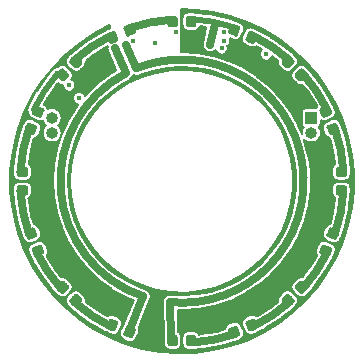
<source format=gbr>
G04 #@! TF.GenerationSoftware,KiCad,Pcbnew,(5.1.4)-1*
G04 #@! TF.CreationDate,2020-09-01T15:21:40-07:00*
G04 #@! TF.ProjectId,LED_Ring,4c45445f-5269-46e6-972e-6b696361645f,rev?*
G04 #@! TF.SameCoordinates,Original*
G04 #@! TF.FileFunction,Copper,L4,Bot*
G04 #@! TF.FilePolarity,Positive*
%FSLAX46Y46*%
G04 Gerber Fmt 4.6, Leading zero omitted, Abs format (unit mm)*
G04 Created by KiCad (PCBNEW (5.1.4)-1) date 2020-09-01 15:21:40*
%MOMM*%
%LPD*%
G04 APERTURE LIST*
%ADD10C,0.635000*%
%ADD11C,0.500000*%
%ADD12C,0.100000*%
%ADD13C,0.875000*%
%ADD14O,1.000000X1.000000*%
%ADD15R,1.000000X1.000000*%
%ADD16C,0.450000*%
%ADD17C,0.203200*%
G04 APERTURE END LIST*
D10*
X112395000Y-68478400D02*
X112776000Y-66675000D01*
X114530080Y-92931173D02*
G75*
G02X110810111Y-93677740I-4530080J12931173D01*
G01*
X119133793Y-90213260D02*
G75*
G02X115982689Y-92326568I-9133793J10213260D01*
G01*
X122346969Y-85940470D02*
G75*
G02X120244457Y-89098788I-12346969J5940470D01*
G01*
X123680432Y-80763298D02*
G75*
G02X122946600Y-84485800I-13680432J763298D01*
G01*
X122931173Y-75469920D02*
G75*
G02X123677740Y-79189889I-12931173J-4530080D01*
G01*
X120213260Y-70866207D02*
G75*
G02X122326568Y-74017311I-10213260J-9133793D01*
G01*
X115940470Y-67653031D02*
G75*
G02X119098788Y-69755543I-5940470J-12346969D01*
G01*
D11*
X110770209Y-66268634D02*
G75*
G02X114503200Y-67005200I-770209J-13731366D01*
G01*
D10*
X105469920Y-67068827D02*
G75*
G02X109189889Y-66322260I4530080J-12931173D01*
G01*
X100866207Y-69786740D02*
G75*
G02X104017311Y-67673432I9133793J-10213260D01*
G01*
D11*
X97458809Y-73961523D02*
G75*
G02X99466400Y-70901212I12541191J-6038477D01*
G01*
D10*
X104059530Y-92346969D02*
G75*
G02X100901212Y-90244457I5940470J12346969D01*
G01*
X99786740Y-89133793D02*
G75*
G02X97673432Y-85982689I10213260J9133793D01*
G01*
X97068827Y-84530080D02*
G75*
G02X96322260Y-80810111I12931173J4530080D01*
G01*
X96319568Y-79236702D02*
G75*
G02X97053400Y-75514200I13680432J-763298D01*
G01*
X105257600Y-70866000D02*
X104317800Y-68757800D01*
X105232200Y-68478400D02*
X106121200Y-70434200D01*
X109000000Y-90250000D02*
X109100000Y-93450000D01*
X105500000Y-92765527D02*
X106744824Y-89765527D01*
X106745457Y-89763620D02*
G75*
G02X105257600Y-70866000I3254543J9763620D01*
G01*
X106143061Y-70450837D02*
G75*
G02X109000000Y-90250000I3856939J-9549163D01*
G01*
D12*
G36*
X114356076Y-66688110D02*
G01*
X114377311Y-66691260D01*
X114398135Y-66696476D01*
X114418347Y-66703708D01*
X114822544Y-66871132D01*
X114841950Y-66880311D01*
X114860363Y-66891347D01*
X114877606Y-66904135D01*
X114893512Y-66918551D01*
X114907928Y-66934458D01*
X114920716Y-66951700D01*
X114931752Y-66970113D01*
X114940931Y-66989519D01*
X114948163Y-67009731D01*
X114953379Y-67030555D01*
X114956529Y-67051790D01*
X114957582Y-67073231D01*
X114956529Y-67094672D01*
X114953379Y-67115907D01*
X114948163Y-67136731D01*
X114940931Y-67156943D01*
X114744806Y-67630431D01*
X114735627Y-67649837D01*
X114724591Y-67668250D01*
X114711803Y-67685492D01*
X114697387Y-67701399D01*
X114681481Y-67715815D01*
X114664238Y-67728603D01*
X114645825Y-67739639D01*
X114626419Y-67748818D01*
X114606207Y-67756050D01*
X114585383Y-67761266D01*
X114564148Y-67764416D01*
X114542707Y-67765469D01*
X114521266Y-67764416D01*
X114500031Y-67761266D01*
X114479207Y-67756050D01*
X114458995Y-67748818D01*
X114054798Y-67581394D01*
X114035392Y-67572215D01*
X114016979Y-67561179D01*
X113999736Y-67548391D01*
X113983830Y-67533975D01*
X113969414Y-67518068D01*
X113956626Y-67500826D01*
X113945590Y-67482413D01*
X113936411Y-67463007D01*
X113929179Y-67442795D01*
X113923963Y-67421971D01*
X113920813Y-67400736D01*
X113919760Y-67379295D01*
X113920813Y-67357854D01*
X113923963Y-67336619D01*
X113929179Y-67315795D01*
X113936411Y-67295583D01*
X114132536Y-66822095D01*
X114141715Y-66802689D01*
X114152751Y-66784276D01*
X114165539Y-66767034D01*
X114179955Y-66751127D01*
X114195861Y-66736711D01*
X114213104Y-66723923D01*
X114231517Y-66712887D01*
X114250923Y-66703708D01*
X114271135Y-66696476D01*
X114291959Y-66691260D01*
X114313194Y-66688110D01*
X114334635Y-66687057D01*
X114356076Y-66688110D01*
X114356076Y-66688110D01*
G37*
D13*
X114438671Y-67226263D03*
D12*
G36*
X115811186Y-67290836D02*
G01*
X115832421Y-67293986D01*
X115853245Y-67299202D01*
X115873457Y-67306434D01*
X116277654Y-67473858D01*
X116297060Y-67483037D01*
X116315473Y-67494073D01*
X116332716Y-67506861D01*
X116348622Y-67521277D01*
X116363038Y-67537184D01*
X116375826Y-67554426D01*
X116386862Y-67572839D01*
X116396041Y-67592245D01*
X116403273Y-67612457D01*
X116408489Y-67633281D01*
X116411639Y-67654516D01*
X116412692Y-67675957D01*
X116411639Y-67697398D01*
X116408489Y-67718633D01*
X116403273Y-67739457D01*
X116396041Y-67759669D01*
X116199916Y-68233157D01*
X116190737Y-68252563D01*
X116179701Y-68270976D01*
X116166913Y-68288218D01*
X116152497Y-68304125D01*
X116136591Y-68318541D01*
X116119348Y-68331329D01*
X116100935Y-68342365D01*
X116081529Y-68351544D01*
X116061317Y-68358776D01*
X116040493Y-68363992D01*
X116019258Y-68367142D01*
X115997817Y-68368195D01*
X115976376Y-68367142D01*
X115955141Y-68363992D01*
X115934317Y-68358776D01*
X115914105Y-68351544D01*
X115509908Y-68184120D01*
X115490502Y-68174941D01*
X115472089Y-68163905D01*
X115454846Y-68151117D01*
X115438940Y-68136701D01*
X115424524Y-68120794D01*
X115411736Y-68103552D01*
X115400700Y-68085139D01*
X115391521Y-68065733D01*
X115384289Y-68045521D01*
X115379073Y-68024697D01*
X115375923Y-68003462D01*
X115374870Y-67982021D01*
X115375923Y-67960580D01*
X115379073Y-67939345D01*
X115384289Y-67918521D01*
X115391521Y-67898309D01*
X115587646Y-67424821D01*
X115596825Y-67405415D01*
X115607861Y-67387002D01*
X115620649Y-67369760D01*
X115635065Y-67353853D01*
X115650971Y-67339437D01*
X115668214Y-67326649D01*
X115686627Y-67315613D01*
X115706033Y-67306434D01*
X115726245Y-67299202D01*
X115747069Y-67293986D01*
X115768304Y-67290836D01*
X115789745Y-67289783D01*
X115811186Y-67290836D01*
X115811186Y-67290836D01*
G37*
D13*
X115893781Y-67828989D03*
D12*
G36*
X119037053Y-69343638D02*
G01*
X119058288Y-69346788D01*
X119079112Y-69352004D01*
X119099324Y-69359236D01*
X119118730Y-69368415D01*
X119137143Y-69379451D01*
X119154386Y-69392239D01*
X119170292Y-69406655D01*
X119479651Y-69716014D01*
X119494067Y-69731920D01*
X119506855Y-69749163D01*
X119517891Y-69767576D01*
X119527070Y-69786982D01*
X119534302Y-69807194D01*
X119539518Y-69828018D01*
X119542668Y-69849253D01*
X119543721Y-69870694D01*
X119542668Y-69892135D01*
X119539518Y-69913370D01*
X119534302Y-69934194D01*
X119527070Y-69954406D01*
X119517891Y-69973812D01*
X119506855Y-69992225D01*
X119494067Y-70009468D01*
X119479651Y-70025374D01*
X119117258Y-70387767D01*
X119101352Y-70402183D01*
X119084109Y-70414971D01*
X119065696Y-70426007D01*
X119046290Y-70435186D01*
X119026078Y-70442418D01*
X119005254Y-70447634D01*
X118984019Y-70450784D01*
X118962578Y-70451837D01*
X118941137Y-70450784D01*
X118919902Y-70447634D01*
X118899078Y-70442418D01*
X118878866Y-70435186D01*
X118859460Y-70426007D01*
X118841047Y-70414971D01*
X118823804Y-70402183D01*
X118807898Y-70387767D01*
X118498539Y-70078408D01*
X118484123Y-70062502D01*
X118471335Y-70045259D01*
X118460299Y-70026846D01*
X118451120Y-70007440D01*
X118443888Y-69987228D01*
X118438672Y-69966404D01*
X118435522Y-69945169D01*
X118434469Y-69923728D01*
X118435522Y-69902287D01*
X118438672Y-69881052D01*
X118443888Y-69860228D01*
X118451120Y-69840016D01*
X118460299Y-69820610D01*
X118471335Y-69802197D01*
X118484123Y-69784954D01*
X118498539Y-69769048D01*
X118860932Y-69406655D01*
X118876838Y-69392239D01*
X118894081Y-69379451D01*
X118912494Y-69368415D01*
X118931900Y-69359236D01*
X118952112Y-69352004D01*
X118972936Y-69346788D01*
X118994171Y-69343638D01*
X119015612Y-69342585D01*
X119037053Y-69343638D01*
X119037053Y-69343638D01*
G37*
D13*
X118989095Y-69897211D03*
D12*
G36*
X120150747Y-70457332D02*
G01*
X120171982Y-70460482D01*
X120192806Y-70465698D01*
X120213018Y-70472930D01*
X120232424Y-70482109D01*
X120250837Y-70493145D01*
X120268080Y-70505933D01*
X120283986Y-70520349D01*
X120593345Y-70829708D01*
X120607761Y-70845614D01*
X120620549Y-70862857D01*
X120631585Y-70881270D01*
X120640764Y-70900676D01*
X120647996Y-70920888D01*
X120653212Y-70941712D01*
X120656362Y-70962947D01*
X120657415Y-70984388D01*
X120656362Y-71005829D01*
X120653212Y-71027064D01*
X120647996Y-71047888D01*
X120640764Y-71068100D01*
X120631585Y-71087506D01*
X120620549Y-71105919D01*
X120607761Y-71123162D01*
X120593345Y-71139068D01*
X120230952Y-71501461D01*
X120215046Y-71515877D01*
X120197803Y-71528665D01*
X120179390Y-71539701D01*
X120159984Y-71548880D01*
X120139772Y-71556112D01*
X120118948Y-71561328D01*
X120097713Y-71564478D01*
X120076272Y-71565531D01*
X120054831Y-71564478D01*
X120033596Y-71561328D01*
X120012772Y-71556112D01*
X119992560Y-71548880D01*
X119973154Y-71539701D01*
X119954741Y-71528665D01*
X119937498Y-71515877D01*
X119921592Y-71501461D01*
X119612233Y-71192102D01*
X119597817Y-71176196D01*
X119585029Y-71158953D01*
X119573993Y-71140540D01*
X119564814Y-71121134D01*
X119557582Y-71100922D01*
X119552366Y-71080098D01*
X119549216Y-71058863D01*
X119548163Y-71037422D01*
X119549216Y-71015981D01*
X119552366Y-70994746D01*
X119557582Y-70973922D01*
X119564814Y-70953710D01*
X119573993Y-70934304D01*
X119585029Y-70915891D01*
X119597817Y-70898648D01*
X119612233Y-70882742D01*
X119974626Y-70520349D01*
X119990532Y-70505933D01*
X120007775Y-70493145D01*
X120026188Y-70482109D01*
X120045594Y-70472930D01*
X120065806Y-70465698D01*
X120086630Y-70460482D01*
X120107865Y-70457332D01*
X120129306Y-70456279D01*
X120150747Y-70457332D01*
X120150747Y-70457332D01*
G37*
D13*
X120102789Y-71010905D03*
D12*
G36*
X122345484Y-73588361D02*
G01*
X122366719Y-73591511D01*
X122387543Y-73596727D01*
X122407755Y-73603959D01*
X122427161Y-73613138D01*
X122445574Y-73624174D01*
X122462817Y-73636962D01*
X122478723Y-73651378D01*
X122493139Y-73667285D01*
X122505927Y-73684527D01*
X122516963Y-73702940D01*
X122526142Y-73722346D01*
X122693566Y-74126543D01*
X122700798Y-74146755D01*
X122706014Y-74167579D01*
X122709164Y-74188814D01*
X122710217Y-74210255D01*
X122709164Y-74231696D01*
X122706014Y-74252931D01*
X122700798Y-74273755D01*
X122693566Y-74293967D01*
X122684387Y-74313373D01*
X122673351Y-74331786D01*
X122660563Y-74349028D01*
X122646147Y-74364935D01*
X122630241Y-74379351D01*
X122612998Y-74392139D01*
X122594585Y-74403175D01*
X122575179Y-74412354D01*
X122101691Y-74608479D01*
X122081479Y-74615711D01*
X122060655Y-74620927D01*
X122039420Y-74624077D01*
X122017979Y-74625130D01*
X121996538Y-74624077D01*
X121975303Y-74620927D01*
X121954479Y-74615711D01*
X121934267Y-74608479D01*
X121914861Y-74599300D01*
X121896448Y-74588264D01*
X121879205Y-74575476D01*
X121863299Y-74561060D01*
X121848883Y-74545153D01*
X121836095Y-74527911D01*
X121825059Y-74509498D01*
X121815880Y-74490092D01*
X121648456Y-74085895D01*
X121641224Y-74065683D01*
X121636008Y-74044859D01*
X121632858Y-74023624D01*
X121631805Y-74002183D01*
X121632858Y-73980742D01*
X121636008Y-73959507D01*
X121641224Y-73938683D01*
X121648456Y-73918471D01*
X121657635Y-73899065D01*
X121668671Y-73880652D01*
X121681459Y-73863410D01*
X121695875Y-73847503D01*
X121711781Y-73833087D01*
X121729024Y-73820299D01*
X121747437Y-73809263D01*
X121766843Y-73800084D01*
X122240331Y-73603959D01*
X122260543Y-73596727D01*
X122281367Y-73591511D01*
X122302602Y-73588361D01*
X122324043Y-73587308D01*
X122345484Y-73588361D01*
X122345484Y-73588361D01*
G37*
D13*
X122171011Y-74106219D03*
D12*
G36*
X122948210Y-75043471D02*
G01*
X122969445Y-75046621D01*
X122990269Y-75051837D01*
X123010481Y-75059069D01*
X123029887Y-75068248D01*
X123048300Y-75079284D01*
X123065543Y-75092072D01*
X123081449Y-75106488D01*
X123095865Y-75122395D01*
X123108653Y-75139637D01*
X123119689Y-75158050D01*
X123128868Y-75177456D01*
X123296292Y-75581653D01*
X123303524Y-75601865D01*
X123308740Y-75622689D01*
X123311890Y-75643924D01*
X123312943Y-75665365D01*
X123311890Y-75686806D01*
X123308740Y-75708041D01*
X123303524Y-75728865D01*
X123296292Y-75749077D01*
X123287113Y-75768483D01*
X123276077Y-75786896D01*
X123263289Y-75804138D01*
X123248873Y-75820045D01*
X123232967Y-75834461D01*
X123215724Y-75847249D01*
X123197311Y-75858285D01*
X123177905Y-75867464D01*
X122704417Y-76063589D01*
X122684205Y-76070821D01*
X122663381Y-76076037D01*
X122642146Y-76079187D01*
X122620705Y-76080240D01*
X122599264Y-76079187D01*
X122578029Y-76076037D01*
X122557205Y-76070821D01*
X122536993Y-76063589D01*
X122517587Y-76054410D01*
X122499174Y-76043374D01*
X122481931Y-76030586D01*
X122466025Y-76016170D01*
X122451609Y-76000263D01*
X122438821Y-75983021D01*
X122427785Y-75964608D01*
X122418606Y-75945202D01*
X122251182Y-75541005D01*
X122243950Y-75520793D01*
X122238734Y-75499969D01*
X122235584Y-75478734D01*
X122234531Y-75457293D01*
X122235584Y-75435852D01*
X122238734Y-75414617D01*
X122243950Y-75393793D01*
X122251182Y-75373581D01*
X122260361Y-75354175D01*
X122271397Y-75335762D01*
X122284185Y-75318520D01*
X122298601Y-75302613D01*
X122314507Y-75288197D01*
X122331750Y-75275409D01*
X122350163Y-75264373D01*
X122369569Y-75255194D01*
X122843057Y-75059069D01*
X122863269Y-75051837D01*
X122884093Y-75046621D01*
X122905328Y-75043471D01*
X122926769Y-75042418D01*
X122948210Y-75043471D01*
X122948210Y-75043471D01*
G37*
D13*
X122773737Y-75561329D03*
D12*
G36*
X123777691Y-78776053D02*
G01*
X123798926Y-78779203D01*
X123819750Y-78784419D01*
X123839962Y-78791651D01*
X123859368Y-78800830D01*
X123877781Y-78811866D01*
X123895024Y-78824654D01*
X123910930Y-78839070D01*
X123925346Y-78854976D01*
X123938134Y-78872219D01*
X123949170Y-78890632D01*
X123958349Y-78910038D01*
X123965581Y-78930250D01*
X123970797Y-78951074D01*
X123973947Y-78972309D01*
X123975000Y-78993750D01*
X123975000Y-79431250D01*
X123973947Y-79452691D01*
X123970797Y-79473926D01*
X123965581Y-79494750D01*
X123958349Y-79514962D01*
X123949170Y-79534368D01*
X123938134Y-79552781D01*
X123925346Y-79570024D01*
X123910930Y-79585930D01*
X123895024Y-79600346D01*
X123877781Y-79613134D01*
X123859368Y-79624170D01*
X123839962Y-79633349D01*
X123819750Y-79640581D01*
X123798926Y-79645797D01*
X123777691Y-79648947D01*
X123756250Y-79650000D01*
X123243750Y-79650000D01*
X123222309Y-79648947D01*
X123201074Y-79645797D01*
X123180250Y-79640581D01*
X123160038Y-79633349D01*
X123140632Y-79624170D01*
X123122219Y-79613134D01*
X123104976Y-79600346D01*
X123089070Y-79585930D01*
X123074654Y-79570024D01*
X123061866Y-79552781D01*
X123050830Y-79534368D01*
X123041651Y-79514962D01*
X123034419Y-79494750D01*
X123029203Y-79473926D01*
X123026053Y-79452691D01*
X123025000Y-79431250D01*
X123025000Y-78993750D01*
X123026053Y-78972309D01*
X123029203Y-78951074D01*
X123034419Y-78930250D01*
X123041651Y-78910038D01*
X123050830Y-78890632D01*
X123061866Y-78872219D01*
X123074654Y-78854976D01*
X123089070Y-78839070D01*
X123104976Y-78824654D01*
X123122219Y-78811866D01*
X123140632Y-78800830D01*
X123160038Y-78791651D01*
X123180250Y-78784419D01*
X123201074Y-78779203D01*
X123222309Y-78776053D01*
X123243750Y-78775000D01*
X123756250Y-78775000D01*
X123777691Y-78776053D01*
X123777691Y-78776053D01*
G37*
D13*
X123500000Y-79212500D03*
D12*
G36*
X123777691Y-80351053D02*
G01*
X123798926Y-80354203D01*
X123819750Y-80359419D01*
X123839962Y-80366651D01*
X123859368Y-80375830D01*
X123877781Y-80386866D01*
X123895024Y-80399654D01*
X123910930Y-80414070D01*
X123925346Y-80429976D01*
X123938134Y-80447219D01*
X123949170Y-80465632D01*
X123958349Y-80485038D01*
X123965581Y-80505250D01*
X123970797Y-80526074D01*
X123973947Y-80547309D01*
X123975000Y-80568750D01*
X123975000Y-81006250D01*
X123973947Y-81027691D01*
X123970797Y-81048926D01*
X123965581Y-81069750D01*
X123958349Y-81089962D01*
X123949170Y-81109368D01*
X123938134Y-81127781D01*
X123925346Y-81145024D01*
X123910930Y-81160930D01*
X123895024Y-81175346D01*
X123877781Y-81188134D01*
X123859368Y-81199170D01*
X123839962Y-81208349D01*
X123819750Y-81215581D01*
X123798926Y-81220797D01*
X123777691Y-81223947D01*
X123756250Y-81225000D01*
X123243750Y-81225000D01*
X123222309Y-81223947D01*
X123201074Y-81220797D01*
X123180250Y-81215581D01*
X123160038Y-81208349D01*
X123140632Y-81199170D01*
X123122219Y-81188134D01*
X123104976Y-81175346D01*
X123089070Y-81160930D01*
X123074654Y-81145024D01*
X123061866Y-81127781D01*
X123050830Y-81109368D01*
X123041651Y-81089962D01*
X123034419Y-81069750D01*
X123029203Y-81048926D01*
X123026053Y-81027691D01*
X123025000Y-81006250D01*
X123025000Y-80568750D01*
X123026053Y-80547309D01*
X123029203Y-80526074D01*
X123034419Y-80505250D01*
X123041651Y-80485038D01*
X123050830Y-80465632D01*
X123061866Y-80447219D01*
X123074654Y-80429976D01*
X123089070Y-80414070D01*
X123104976Y-80399654D01*
X123122219Y-80386866D01*
X123140632Y-80375830D01*
X123160038Y-80366651D01*
X123180250Y-80359419D01*
X123201074Y-80354203D01*
X123222309Y-80351053D01*
X123243750Y-80350000D01*
X123756250Y-80350000D01*
X123777691Y-80351053D01*
X123777691Y-80351053D01*
G37*
D13*
X123500000Y-80787500D03*
D12*
G36*
X122642146Y-83920813D02*
G01*
X122663381Y-83923963D01*
X122684205Y-83929179D01*
X122704417Y-83936411D01*
X123177905Y-84132536D01*
X123197311Y-84141715D01*
X123215724Y-84152751D01*
X123232966Y-84165539D01*
X123248873Y-84179955D01*
X123263289Y-84195861D01*
X123276077Y-84213104D01*
X123287113Y-84231517D01*
X123296292Y-84250923D01*
X123303524Y-84271135D01*
X123308740Y-84291959D01*
X123311890Y-84313194D01*
X123312943Y-84334635D01*
X123311890Y-84356076D01*
X123308740Y-84377311D01*
X123303524Y-84398135D01*
X123296292Y-84418347D01*
X123128868Y-84822544D01*
X123119689Y-84841950D01*
X123108653Y-84860363D01*
X123095865Y-84877606D01*
X123081449Y-84893512D01*
X123065542Y-84907928D01*
X123048300Y-84920716D01*
X123029887Y-84931752D01*
X123010481Y-84940931D01*
X122990269Y-84948163D01*
X122969445Y-84953379D01*
X122948210Y-84956529D01*
X122926769Y-84957582D01*
X122905328Y-84956529D01*
X122884093Y-84953379D01*
X122863269Y-84948163D01*
X122843057Y-84940931D01*
X122369569Y-84744806D01*
X122350163Y-84735627D01*
X122331750Y-84724591D01*
X122314508Y-84711803D01*
X122298601Y-84697387D01*
X122284185Y-84681481D01*
X122271397Y-84664238D01*
X122260361Y-84645825D01*
X122251182Y-84626419D01*
X122243950Y-84606207D01*
X122238734Y-84585383D01*
X122235584Y-84564148D01*
X122234531Y-84542707D01*
X122235584Y-84521266D01*
X122238734Y-84500031D01*
X122243950Y-84479207D01*
X122251182Y-84458995D01*
X122418606Y-84054798D01*
X122427785Y-84035392D01*
X122438821Y-84016979D01*
X122451609Y-83999736D01*
X122466025Y-83983830D01*
X122481932Y-83969414D01*
X122499174Y-83956626D01*
X122517587Y-83945590D01*
X122536993Y-83936411D01*
X122557205Y-83929179D01*
X122578029Y-83923963D01*
X122599264Y-83920813D01*
X122620705Y-83919760D01*
X122642146Y-83920813D01*
X122642146Y-83920813D01*
G37*
D13*
X122773737Y-84438671D03*
D12*
G36*
X122039420Y-85375923D02*
G01*
X122060655Y-85379073D01*
X122081479Y-85384289D01*
X122101691Y-85391521D01*
X122575179Y-85587646D01*
X122594585Y-85596825D01*
X122612998Y-85607861D01*
X122630240Y-85620649D01*
X122646147Y-85635065D01*
X122660563Y-85650971D01*
X122673351Y-85668214D01*
X122684387Y-85686627D01*
X122693566Y-85706033D01*
X122700798Y-85726245D01*
X122706014Y-85747069D01*
X122709164Y-85768304D01*
X122710217Y-85789745D01*
X122709164Y-85811186D01*
X122706014Y-85832421D01*
X122700798Y-85853245D01*
X122693566Y-85873457D01*
X122526142Y-86277654D01*
X122516963Y-86297060D01*
X122505927Y-86315473D01*
X122493139Y-86332716D01*
X122478723Y-86348622D01*
X122462816Y-86363038D01*
X122445574Y-86375826D01*
X122427161Y-86386862D01*
X122407755Y-86396041D01*
X122387543Y-86403273D01*
X122366719Y-86408489D01*
X122345484Y-86411639D01*
X122324043Y-86412692D01*
X122302602Y-86411639D01*
X122281367Y-86408489D01*
X122260543Y-86403273D01*
X122240331Y-86396041D01*
X121766843Y-86199916D01*
X121747437Y-86190737D01*
X121729024Y-86179701D01*
X121711782Y-86166913D01*
X121695875Y-86152497D01*
X121681459Y-86136591D01*
X121668671Y-86119348D01*
X121657635Y-86100935D01*
X121648456Y-86081529D01*
X121641224Y-86061317D01*
X121636008Y-86040493D01*
X121632858Y-86019258D01*
X121631805Y-85997817D01*
X121632858Y-85976376D01*
X121636008Y-85955141D01*
X121641224Y-85934317D01*
X121648456Y-85914105D01*
X121815880Y-85509908D01*
X121825059Y-85490502D01*
X121836095Y-85472089D01*
X121848883Y-85454846D01*
X121863299Y-85438940D01*
X121879206Y-85424524D01*
X121896448Y-85411736D01*
X121914861Y-85400700D01*
X121934267Y-85391521D01*
X121954479Y-85384289D01*
X121975303Y-85379073D01*
X121996538Y-85375923D01*
X122017979Y-85374870D01*
X122039420Y-85375923D01*
X122039420Y-85375923D01*
G37*
D13*
X122171011Y-85893781D03*
D12*
G36*
X120097713Y-88435522D02*
G01*
X120118948Y-88438672D01*
X120139772Y-88443888D01*
X120159984Y-88451120D01*
X120179390Y-88460299D01*
X120197803Y-88471335D01*
X120215046Y-88484123D01*
X120230952Y-88498539D01*
X120593345Y-88860932D01*
X120607761Y-88876838D01*
X120620549Y-88894081D01*
X120631585Y-88912494D01*
X120640764Y-88931900D01*
X120647996Y-88952112D01*
X120653212Y-88972936D01*
X120656362Y-88994171D01*
X120657415Y-89015612D01*
X120656362Y-89037053D01*
X120653212Y-89058288D01*
X120647996Y-89079112D01*
X120640764Y-89099324D01*
X120631585Y-89118730D01*
X120620549Y-89137143D01*
X120607761Y-89154386D01*
X120593345Y-89170292D01*
X120283986Y-89479651D01*
X120268080Y-89494067D01*
X120250837Y-89506855D01*
X120232424Y-89517891D01*
X120213018Y-89527070D01*
X120192806Y-89534302D01*
X120171982Y-89539518D01*
X120150747Y-89542668D01*
X120129306Y-89543721D01*
X120107865Y-89542668D01*
X120086630Y-89539518D01*
X120065806Y-89534302D01*
X120045594Y-89527070D01*
X120026188Y-89517891D01*
X120007775Y-89506855D01*
X119990532Y-89494067D01*
X119974626Y-89479651D01*
X119612233Y-89117258D01*
X119597817Y-89101352D01*
X119585029Y-89084109D01*
X119573993Y-89065696D01*
X119564814Y-89046290D01*
X119557582Y-89026078D01*
X119552366Y-89005254D01*
X119549216Y-88984019D01*
X119548163Y-88962578D01*
X119549216Y-88941137D01*
X119552366Y-88919902D01*
X119557582Y-88899078D01*
X119564814Y-88878866D01*
X119573993Y-88859460D01*
X119585029Y-88841047D01*
X119597817Y-88823804D01*
X119612233Y-88807898D01*
X119921592Y-88498539D01*
X119937498Y-88484123D01*
X119954741Y-88471335D01*
X119973154Y-88460299D01*
X119992560Y-88451120D01*
X120012772Y-88443888D01*
X120033596Y-88438672D01*
X120054831Y-88435522D01*
X120076272Y-88434469D01*
X120097713Y-88435522D01*
X120097713Y-88435522D01*
G37*
D13*
X120102789Y-88989095D03*
D12*
G36*
X118984019Y-89549216D02*
G01*
X119005254Y-89552366D01*
X119026078Y-89557582D01*
X119046290Y-89564814D01*
X119065696Y-89573993D01*
X119084109Y-89585029D01*
X119101352Y-89597817D01*
X119117258Y-89612233D01*
X119479651Y-89974626D01*
X119494067Y-89990532D01*
X119506855Y-90007775D01*
X119517891Y-90026188D01*
X119527070Y-90045594D01*
X119534302Y-90065806D01*
X119539518Y-90086630D01*
X119542668Y-90107865D01*
X119543721Y-90129306D01*
X119542668Y-90150747D01*
X119539518Y-90171982D01*
X119534302Y-90192806D01*
X119527070Y-90213018D01*
X119517891Y-90232424D01*
X119506855Y-90250837D01*
X119494067Y-90268080D01*
X119479651Y-90283986D01*
X119170292Y-90593345D01*
X119154386Y-90607761D01*
X119137143Y-90620549D01*
X119118730Y-90631585D01*
X119099324Y-90640764D01*
X119079112Y-90647996D01*
X119058288Y-90653212D01*
X119037053Y-90656362D01*
X119015612Y-90657415D01*
X118994171Y-90656362D01*
X118972936Y-90653212D01*
X118952112Y-90647996D01*
X118931900Y-90640764D01*
X118912494Y-90631585D01*
X118894081Y-90620549D01*
X118876838Y-90607761D01*
X118860932Y-90593345D01*
X118498539Y-90230952D01*
X118484123Y-90215046D01*
X118471335Y-90197803D01*
X118460299Y-90179390D01*
X118451120Y-90159984D01*
X118443888Y-90139772D01*
X118438672Y-90118948D01*
X118435522Y-90097713D01*
X118434469Y-90076272D01*
X118435522Y-90054831D01*
X118438672Y-90033596D01*
X118443888Y-90012772D01*
X118451120Y-89992560D01*
X118460299Y-89973154D01*
X118471335Y-89954741D01*
X118484123Y-89937498D01*
X118498539Y-89921592D01*
X118807898Y-89612233D01*
X118823804Y-89597817D01*
X118841047Y-89585029D01*
X118859460Y-89573993D01*
X118878866Y-89564814D01*
X118899078Y-89557582D01*
X118919902Y-89552366D01*
X118941137Y-89549216D01*
X118962578Y-89548163D01*
X118984019Y-89549216D01*
X118984019Y-89549216D01*
G37*
D13*
X118989095Y-90102789D03*
D12*
G36*
X116019258Y-91632858D02*
G01*
X116040493Y-91636008D01*
X116061317Y-91641224D01*
X116081529Y-91648456D01*
X116100935Y-91657635D01*
X116119348Y-91668671D01*
X116136590Y-91681459D01*
X116152497Y-91695875D01*
X116166913Y-91711781D01*
X116179701Y-91729024D01*
X116190737Y-91747437D01*
X116199916Y-91766843D01*
X116396041Y-92240331D01*
X116403273Y-92260543D01*
X116408489Y-92281367D01*
X116411639Y-92302602D01*
X116412692Y-92324043D01*
X116411639Y-92345484D01*
X116408489Y-92366719D01*
X116403273Y-92387543D01*
X116396041Y-92407755D01*
X116386862Y-92427161D01*
X116375826Y-92445574D01*
X116363038Y-92462817D01*
X116348622Y-92478723D01*
X116332715Y-92493139D01*
X116315473Y-92505927D01*
X116297060Y-92516963D01*
X116277654Y-92526142D01*
X115873457Y-92693566D01*
X115853245Y-92700798D01*
X115832421Y-92706014D01*
X115811186Y-92709164D01*
X115789745Y-92710217D01*
X115768304Y-92709164D01*
X115747069Y-92706014D01*
X115726245Y-92700798D01*
X115706033Y-92693566D01*
X115686627Y-92684387D01*
X115668214Y-92673351D01*
X115650972Y-92660563D01*
X115635065Y-92646147D01*
X115620649Y-92630241D01*
X115607861Y-92612998D01*
X115596825Y-92594585D01*
X115587646Y-92575179D01*
X115391521Y-92101691D01*
X115384289Y-92081479D01*
X115379073Y-92060655D01*
X115375923Y-92039420D01*
X115374870Y-92017979D01*
X115375923Y-91996538D01*
X115379073Y-91975303D01*
X115384289Y-91954479D01*
X115391521Y-91934267D01*
X115400700Y-91914861D01*
X115411736Y-91896448D01*
X115424524Y-91879205D01*
X115438940Y-91863299D01*
X115454847Y-91848883D01*
X115472089Y-91836095D01*
X115490502Y-91825059D01*
X115509908Y-91815880D01*
X115914105Y-91648456D01*
X115934317Y-91641224D01*
X115955141Y-91636008D01*
X115976376Y-91632858D01*
X115997817Y-91631805D01*
X116019258Y-91632858D01*
X116019258Y-91632858D01*
G37*
D13*
X115893781Y-92171011D03*
D12*
G36*
X114564148Y-92235584D02*
G01*
X114585383Y-92238734D01*
X114606207Y-92243950D01*
X114626419Y-92251182D01*
X114645825Y-92260361D01*
X114664238Y-92271397D01*
X114681480Y-92284185D01*
X114697387Y-92298601D01*
X114711803Y-92314507D01*
X114724591Y-92331750D01*
X114735627Y-92350163D01*
X114744806Y-92369569D01*
X114940931Y-92843057D01*
X114948163Y-92863269D01*
X114953379Y-92884093D01*
X114956529Y-92905328D01*
X114957582Y-92926769D01*
X114956529Y-92948210D01*
X114953379Y-92969445D01*
X114948163Y-92990269D01*
X114940931Y-93010481D01*
X114931752Y-93029887D01*
X114920716Y-93048300D01*
X114907928Y-93065543D01*
X114893512Y-93081449D01*
X114877605Y-93095865D01*
X114860363Y-93108653D01*
X114841950Y-93119689D01*
X114822544Y-93128868D01*
X114418347Y-93296292D01*
X114398135Y-93303524D01*
X114377311Y-93308740D01*
X114356076Y-93311890D01*
X114334635Y-93312943D01*
X114313194Y-93311890D01*
X114291959Y-93308740D01*
X114271135Y-93303524D01*
X114250923Y-93296292D01*
X114231517Y-93287113D01*
X114213104Y-93276077D01*
X114195862Y-93263289D01*
X114179955Y-93248873D01*
X114165539Y-93232967D01*
X114152751Y-93215724D01*
X114141715Y-93197311D01*
X114132536Y-93177905D01*
X113936411Y-92704417D01*
X113929179Y-92684205D01*
X113923963Y-92663381D01*
X113920813Y-92642146D01*
X113919760Y-92620705D01*
X113920813Y-92599264D01*
X113923963Y-92578029D01*
X113929179Y-92557205D01*
X113936411Y-92536993D01*
X113945590Y-92517587D01*
X113956626Y-92499174D01*
X113969414Y-92481931D01*
X113983830Y-92466025D01*
X113999737Y-92451609D01*
X114016979Y-92438821D01*
X114035392Y-92427785D01*
X114054798Y-92418606D01*
X114458995Y-92251182D01*
X114479207Y-92243950D01*
X114500031Y-92238734D01*
X114521266Y-92235584D01*
X114542707Y-92234531D01*
X114564148Y-92235584D01*
X114564148Y-92235584D01*
G37*
D13*
X114438671Y-92773737D03*
D12*
G36*
X111027691Y-93026053D02*
G01*
X111048926Y-93029203D01*
X111069750Y-93034419D01*
X111089962Y-93041651D01*
X111109368Y-93050830D01*
X111127781Y-93061866D01*
X111145024Y-93074654D01*
X111160930Y-93089070D01*
X111175346Y-93104976D01*
X111188134Y-93122219D01*
X111199170Y-93140632D01*
X111208349Y-93160038D01*
X111215581Y-93180250D01*
X111220797Y-93201074D01*
X111223947Y-93222309D01*
X111225000Y-93243750D01*
X111225000Y-93756250D01*
X111223947Y-93777691D01*
X111220797Y-93798926D01*
X111215581Y-93819750D01*
X111208349Y-93839962D01*
X111199170Y-93859368D01*
X111188134Y-93877781D01*
X111175346Y-93895024D01*
X111160930Y-93910930D01*
X111145024Y-93925346D01*
X111127781Y-93938134D01*
X111109368Y-93949170D01*
X111089962Y-93958349D01*
X111069750Y-93965581D01*
X111048926Y-93970797D01*
X111027691Y-93973947D01*
X111006250Y-93975000D01*
X110568750Y-93975000D01*
X110547309Y-93973947D01*
X110526074Y-93970797D01*
X110505250Y-93965581D01*
X110485038Y-93958349D01*
X110465632Y-93949170D01*
X110447219Y-93938134D01*
X110429976Y-93925346D01*
X110414070Y-93910930D01*
X110399654Y-93895024D01*
X110386866Y-93877781D01*
X110375830Y-93859368D01*
X110366651Y-93839962D01*
X110359419Y-93819750D01*
X110354203Y-93798926D01*
X110351053Y-93777691D01*
X110350000Y-93756250D01*
X110350000Y-93243750D01*
X110351053Y-93222309D01*
X110354203Y-93201074D01*
X110359419Y-93180250D01*
X110366651Y-93160038D01*
X110375830Y-93140632D01*
X110386866Y-93122219D01*
X110399654Y-93104976D01*
X110414070Y-93089070D01*
X110429976Y-93074654D01*
X110447219Y-93061866D01*
X110465632Y-93050830D01*
X110485038Y-93041651D01*
X110505250Y-93034419D01*
X110526074Y-93029203D01*
X110547309Y-93026053D01*
X110568750Y-93025000D01*
X111006250Y-93025000D01*
X111027691Y-93026053D01*
X111027691Y-93026053D01*
G37*
D13*
X110787500Y-93500000D03*
D12*
G36*
X109452691Y-93026053D02*
G01*
X109473926Y-93029203D01*
X109494750Y-93034419D01*
X109514962Y-93041651D01*
X109534368Y-93050830D01*
X109552781Y-93061866D01*
X109570024Y-93074654D01*
X109585930Y-93089070D01*
X109600346Y-93104976D01*
X109613134Y-93122219D01*
X109624170Y-93140632D01*
X109633349Y-93160038D01*
X109640581Y-93180250D01*
X109645797Y-93201074D01*
X109648947Y-93222309D01*
X109650000Y-93243750D01*
X109650000Y-93756250D01*
X109648947Y-93777691D01*
X109645797Y-93798926D01*
X109640581Y-93819750D01*
X109633349Y-93839962D01*
X109624170Y-93859368D01*
X109613134Y-93877781D01*
X109600346Y-93895024D01*
X109585930Y-93910930D01*
X109570024Y-93925346D01*
X109552781Y-93938134D01*
X109534368Y-93949170D01*
X109514962Y-93958349D01*
X109494750Y-93965581D01*
X109473926Y-93970797D01*
X109452691Y-93973947D01*
X109431250Y-93975000D01*
X108993750Y-93975000D01*
X108972309Y-93973947D01*
X108951074Y-93970797D01*
X108930250Y-93965581D01*
X108910038Y-93958349D01*
X108890632Y-93949170D01*
X108872219Y-93938134D01*
X108854976Y-93925346D01*
X108839070Y-93910930D01*
X108824654Y-93895024D01*
X108811866Y-93877781D01*
X108800830Y-93859368D01*
X108791651Y-93839962D01*
X108784419Y-93819750D01*
X108779203Y-93798926D01*
X108776053Y-93777691D01*
X108775000Y-93756250D01*
X108775000Y-93243750D01*
X108776053Y-93222309D01*
X108779203Y-93201074D01*
X108784419Y-93180250D01*
X108791651Y-93160038D01*
X108800830Y-93140632D01*
X108811866Y-93122219D01*
X108824654Y-93104976D01*
X108839070Y-93089070D01*
X108854976Y-93074654D01*
X108872219Y-93061866D01*
X108890632Y-93050830D01*
X108910038Y-93041651D01*
X108930250Y-93034419D01*
X108951074Y-93029203D01*
X108972309Y-93026053D01*
X108993750Y-93025000D01*
X109431250Y-93025000D01*
X109452691Y-93026053D01*
X109452691Y-93026053D01*
G37*
D13*
X109212500Y-93500000D03*
D12*
G36*
X104023624Y-91632858D02*
G01*
X104044859Y-91636008D01*
X104065683Y-91641224D01*
X104085895Y-91648456D01*
X104490092Y-91815880D01*
X104509498Y-91825059D01*
X104527911Y-91836095D01*
X104545154Y-91848883D01*
X104561060Y-91863299D01*
X104575476Y-91879206D01*
X104588264Y-91896448D01*
X104599300Y-91914861D01*
X104608479Y-91934267D01*
X104615711Y-91954479D01*
X104620927Y-91975303D01*
X104624077Y-91996538D01*
X104625130Y-92017979D01*
X104624077Y-92039420D01*
X104620927Y-92060655D01*
X104615711Y-92081479D01*
X104608479Y-92101691D01*
X104412354Y-92575179D01*
X104403175Y-92594585D01*
X104392139Y-92612998D01*
X104379351Y-92630240D01*
X104364935Y-92646147D01*
X104349029Y-92660563D01*
X104331786Y-92673351D01*
X104313373Y-92684387D01*
X104293967Y-92693566D01*
X104273755Y-92700798D01*
X104252931Y-92706014D01*
X104231696Y-92709164D01*
X104210255Y-92710217D01*
X104188814Y-92709164D01*
X104167579Y-92706014D01*
X104146755Y-92700798D01*
X104126543Y-92693566D01*
X103722346Y-92526142D01*
X103702940Y-92516963D01*
X103684527Y-92505927D01*
X103667284Y-92493139D01*
X103651378Y-92478723D01*
X103636962Y-92462816D01*
X103624174Y-92445574D01*
X103613138Y-92427161D01*
X103603959Y-92407755D01*
X103596727Y-92387543D01*
X103591511Y-92366719D01*
X103588361Y-92345484D01*
X103587308Y-92324043D01*
X103588361Y-92302602D01*
X103591511Y-92281367D01*
X103596727Y-92260543D01*
X103603959Y-92240331D01*
X103800084Y-91766843D01*
X103809263Y-91747437D01*
X103820299Y-91729024D01*
X103833087Y-91711782D01*
X103847503Y-91695875D01*
X103863409Y-91681459D01*
X103880652Y-91668671D01*
X103899065Y-91657635D01*
X103918471Y-91648456D01*
X103938683Y-91641224D01*
X103959507Y-91636008D01*
X103980742Y-91632858D01*
X104002183Y-91631805D01*
X104023624Y-91632858D01*
X104023624Y-91632858D01*
G37*
D13*
X104106219Y-92171011D03*
D12*
G36*
X105478734Y-92235584D02*
G01*
X105499969Y-92238734D01*
X105520793Y-92243950D01*
X105541005Y-92251182D01*
X105945202Y-92418606D01*
X105964608Y-92427785D01*
X105983021Y-92438821D01*
X106000264Y-92451609D01*
X106016170Y-92466025D01*
X106030586Y-92481932D01*
X106043374Y-92499174D01*
X106054410Y-92517587D01*
X106063589Y-92536993D01*
X106070821Y-92557205D01*
X106076037Y-92578029D01*
X106079187Y-92599264D01*
X106080240Y-92620705D01*
X106079187Y-92642146D01*
X106076037Y-92663381D01*
X106070821Y-92684205D01*
X106063589Y-92704417D01*
X105867464Y-93177905D01*
X105858285Y-93197311D01*
X105847249Y-93215724D01*
X105834461Y-93232966D01*
X105820045Y-93248873D01*
X105804139Y-93263289D01*
X105786896Y-93276077D01*
X105768483Y-93287113D01*
X105749077Y-93296292D01*
X105728865Y-93303524D01*
X105708041Y-93308740D01*
X105686806Y-93311890D01*
X105665365Y-93312943D01*
X105643924Y-93311890D01*
X105622689Y-93308740D01*
X105601865Y-93303524D01*
X105581653Y-93296292D01*
X105177456Y-93128868D01*
X105158050Y-93119689D01*
X105139637Y-93108653D01*
X105122394Y-93095865D01*
X105106488Y-93081449D01*
X105092072Y-93065542D01*
X105079284Y-93048300D01*
X105068248Y-93029887D01*
X105059069Y-93010481D01*
X105051837Y-92990269D01*
X105046621Y-92969445D01*
X105043471Y-92948210D01*
X105042418Y-92926769D01*
X105043471Y-92905328D01*
X105046621Y-92884093D01*
X105051837Y-92863269D01*
X105059069Y-92843057D01*
X105255194Y-92369569D01*
X105264373Y-92350163D01*
X105275409Y-92331750D01*
X105288197Y-92314508D01*
X105302613Y-92298601D01*
X105318519Y-92284185D01*
X105335762Y-92271397D01*
X105354175Y-92260361D01*
X105373581Y-92251182D01*
X105393793Y-92243950D01*
X105414617Y-92238734D01*
X105435852Y-92235584D01*
X105457293Y-92234531D01*
X105478734Y-92235584D01*
X105478734Y-92235584D01*
G37*
D13*
X105561329Y-92773737D03*
D12*
G36*
X99945169Y-88435522D02*
G01*
X99966404Y-88438672D01*
X99987228Y-88443888D01*
X100007440Y-88451120D01*
X100026846Y-88460299D01*
X100045259Y-88471335D01*
X100062502Y-88484123D01*
X100078408Y-88498539D01*
X100387767Y-88807898D01*
X100402183Y-88823804D01*
X100414971Y-88841047D01*
X100426007Y-88859460D01*
X100435186Y-88878866D01*
X100442418Y-88899078D01*
X100447634Y-88919902D01*
X100450784Y-88941137D01*
X100451837Y-88962578D01*
X100450784Y-88984019D01*
X100447634Y-89005254D01*
X100442418Y-89026078D01*
X100435186Y-89046290D01*
X100426007Y-89065696D01*
X100414971Y-89084109D01*
X100402183Y-89101352D01*
X100387767Y-89117258D01*
X100025374Y-89479651D01*
X100009468Y-89494067D01*
X99992225Y-89506855D01*
X99973812Y-89517891D01*
X99954406Y-89527070D01*
X99934194Y-89534302D01*
X99913370Y-89539518D01*
X99892135Y-89542668D01*
X99870694Y-89543721D01*
X99849253Y-89542668D01*
X99828018Y-89539518D01*
X99807194Y-89534302D01*
X99786982Y-89527070D01*
X99767576Y-89517891D01*
X99749163Y-89506855D01*
X99731920Y-89494067D01*
X99716014Y-89479651D01*
X99406655Y-89170292D01*
X99392239Y-89154386D01*
X99379451Y-89137143D01*
X99368415Y-89118730D01*
X99359236Y-89099324D01*
X99352004Y-89079112D01*
X99346788Y-89058288D01*
X99343638Y-89037053D01*
X99342585Y-89015612D01*
X99343638Y-88994171D01*
X99346788Y-88972936D01*
X99352004Y-88952112D01*
X99359236Y-88931900D01*
X99368415Y-88912494D01*
X99379451Y-88894081D01*
X99392239Y-88876838D01*
X99406655Y-88860932D01*
X99769048Y-88498539D01*
X99784954Y-88484123D01*
X99802197Y-88471335D01*
X99820610Y-88460299D01*
X99840016Y-88451120D01*
X99860228Y-88443888D01*
X99881052Y-88438672D01*
X99902287Y-88435522D01*
X99923728Y-88434469D01*
X99945169Y-88435522D01*
X99945169Y-88435522D01*
G37*
D13*
X99897211Y-88989095D03*
D12*
G36*
X101058863Y-89549216D02*
G01*
X101080098Y-89552366D01*
X101100922Y-89557582D01*
X101121134Y-89564814D01*
X101140540Y-89573993D01*
X101158953Y-89585029D01*
X101176196Y-89597817D01*
X101192102Y-89612233D01*
X101501461Y-89921592D01*
X101515877Y-89937498D01*
X101528665Y-89954741D01*
X101539701Y-89973154D01*
X101548880Y-89992560D01*
X101556112Y-90012772D01*
X101561328Y-90033596D01*
X101564478Y-90054831D01*
X101565531Y-90076272D01*
X101564478Y-90097713D01*
X101561328Y-90118948D01*
X101556112Y-90139772D01*
X101548880Y-90159984D01*
X101539701Y-90179390D01*
X101528665Y-90197803D01*
X101515877Y-90215046D01*
X101501461Y-90230952D01*
X101139068Y-90593345D01*
X101123162Y-90607761D01*
X101105919Y-90620549D01*
X101087506Y-90631585D01*
X101068100Y-90640764D01*
X101047888Y-90647996D01*
X101027064Y-90653212D01*
X101005829Y-90656362D01*
X100984388Y-90657415D01*
X100962947Y-90656362D01*
X100941712Y-90653212D01*
X100920888Y-90647996D01*
X100900676Y-90640764D01*
X100881270Y-90631585D01*
X100862857Y-90620549D01*
X100845614Y-90607761D01*
X100829708Y-90593345D01*
X100520349Y-90283986D01*
X100505933Y-90268080D01*
X100493145Y-90250837D01*
X100482109Y-90232424D01*
X100472930Y-90213018D01*
X100465698Y-90192806D01*
X100460482Y-90171982D01*
X100457332Y-90150747D01*
X100456279Y-90129306D01*
X100457332Y-90107865D01*
X100460482Y-90086630D01*
X100465698Y-90065806D01*
X100472930Y-90045594D01*
X100482109Y-90026188D01*
X100493145Y-90007775D01*
X100505933Y-89990532D01*
X100520349Y-89974626D01*
X100882742Y-89612233D01*
X100898648Y-89597817D01*
X100915891Y-89585029D01*
X100934304Y-89573993D01*
X100953710Y-89564814D01*
X100973922Y-89557582D01*
X100994746Y-89552366D01*
X101015981Y-89549216D01*
X101037422Y-89548163D01*
X101058863Y-89549216D01*
X101058863Y-89549216D01*
G37*
D13*
X101010905Y-90102789D03*
D12*
G36*
X97400736Y-83920813D02*
G01*
X97421971Y-83923963D01*
X97442795Y-83929179D01*
X97463007Y-83936411D01*
X97482413Y-83945590D01*
X97500826Y-83956626D01*
X97518069Y-83969414D01*
X97533975Y-83983830D01*
X97548391Y-83999737D01*
X97561179Y-84016979D01*
X97572215Y-84035392D01*
X97581394Y-84054798D01*
X97748818Y-84458995D01*
X97756050Y-84479207D01*
X97761266Y-84500031D01*
X97764416Y-84521266D01*
X97765469Y-84542707D01*
X97764416Y-84564148D01*
X97761266Y-84585383D01*
X97756050Y-84606207D01*
X97748818Y-84626419D01*
X97739639Y-84645825D01*
X97728603Y-84664238D01*
X97715815Y-84681480D01*
X97701399Y-84697387D01*
X97685493Y-84711803D01*
X97668250Y-84724591D01*
X97649837Y-84735627D01*
X97630431Y-84744806D01*
X97156943Y-84940931D01*
X97136731Y-84948163D01*
X97115907Y-84953379D01*
X97094672Y-84956529D01*
X97073231Y-84957582D01*
X97051790Y-84956529D01*
X97030555Y-84953379D01*
X97009731Y-84948163D01*
X96989519Y-84940931D01*
X96970113Y-84931752D01*
X96951700Y-84920716D01*
X96934457Y-84907928D01*
X96918551Y-84893512D01*
X96904135Y-84877605D01*
X96891347Y-84860363D01*
X96880311Y-84841950D01*
X96871132Y-84822544D01*
X96703708Y-84418347D01*
X96696476Y-84398135D01*
X96691260Y-84377311D01*
X96688110Y-84356076D01*
X96687057Y-84334635D01*
X96688110Y-84313194D01*
X96691260Y-84291959D01*
X96696476Y-84271135D01*
X96703708Y-84250923D01*
X96712887Y-84231517D01*
X96723923Y-84213104D01*
X96736711Y-84195862D01*
X96751127Y-84179955D01*
X96767033Y-84165539D01*
X96784276Y-84152751D01*
X96802689Y-84141715D01*
X96822095Y-84132536D01*
X97295583Y-83936411D01*
X97315795Y-83929179D01*
X97336619Y-83923963D01*
X97357854Y-83920813D01*
X97379295Y-83919760D01*
X97400736Y-83920813D01*
X97400736Y-83920813D01*
G37*
D13*
X97226263Y-84438671D03*
D12*
G36*
X98003462Y-85375923D02*
G01*
X98024697Y-85379073D01*
X98045521Y-85384289D01*
X98065733Y-85391521D01*
X98085139Y-85400700D01*
X98103552Y-85411736D01*
X98120795Y-85424524D01*
X98136701Y-85438940D01*
X98151117Y-85454847D01*
X98163905Y-85472089D01*
X98174941Y-85490502D01*
X98184120Y-85509908D01*
X98351544Y-85914105D01*
X98358776Y-85934317D01*
X98363992Y-85955141D01*
X98367142Y-85976376D01*
X98368195Y-85997817D01*
X98367142Y-86019258D01*
X98363992Y-86040493D01*
X98358776Y-86061317D01*
X98351544Y-86081529D01*
X98342365Y-86100935D01*
X98331329Y-86119348D01*
X98318541Y-86136590D01*
X98304125Y-86152497D01*
X98288219Y-86166913D01*
X98270976Y-86179701D01*
X98252563Y-86190737D01*
X98233157Y-86199916D01*
X97759669Y-86396041D01*
X97739457Y-86403273D01*
X97718633Y-86408489D01*
X97697398Y-86411639D01*
X97675957Y-86412692D01*
X97654516Y-86411639D01*
X97633281Y-86408489D01*
X97612457Y-86403273D01*
X97592245Y-86396041D01*
X97572839Y-86386862D01*
X97554426Y-86375826D01*
X97537183Y-86363038D01*
X97521277Y-86348622D01*
X97506861Y-86332715D01*
X97494073Y-86315473D01*
X97483037Y-86297060D01*
X97473858Y-86277654D01*
X97306434Y-85873457D01*
X97299202Y-85853245D01*
X97293986Y-85832421D01*
X97290836Y-85811186D01*
X97289783Y-85789745D01*
X97290836Y-85768304D01*
X97293986Y-85747069D01*
X97299202Y-85726245D01*
X97306434Y-85706033D01*
X97315613Y-85686627D01*
X97326649Y-85668214D01*
X97339437Y-85650972D01*
X97353853Y-85635065D01*
X97369759Y-85620649D01*
X97387002Y-85607861D01*
X97405415Y-85596825D01*
X97424821Y-85587646D01*
X97898309Y-85391521D01*
X97918521Y-85384289D01*
X97939345Y-85379073D01*
X97960580Y-85375923D01*
X97982021Y-85374870D01*
X98003462Y-85375923D01*
X98003462Y-85375923D01*
G37*
D13*
X97828989Y-85893781D03*
D12*
G36*
X96777691Y-78776053D02*
G01*
X96798926Y-78779203D01*
X96819750Y-78784419D01*
X96839962Y-78791651D01*
X96859368Y-78800830D01*
X96877781Y-78811866D01*
X96895024Y-78824654D01*
X96910930Y-78839070D01*
X96925346Y-78854976D01*
X96938134Y-78872219D01*
X96949170Y-78890632D01*
X96958349Y-78910038D01*
X96965581Y-78930250D01*
X96970797Y-78951074D01*
X96973947Y-78972309D01*
X96975000Y-78993750D01*
X96975000Y-79431250D01*
X96973947Y-79452691D01*
X96970797Y-79473926D01*
X96965581Y-79494750D01*
X96958349Y-79514962D01*
X96949170Y-79534368D01*
X96938134Y-79552781D01*
X96925346Y-79570024D01*
X96910930Y-79585930D01*
X96895024Y-79600346D01*
X96877781Y-79613134D01*
X96859368Y-79624170D01*
X96839962Y-79633349D01*
X96819750Y-79640581D01*
X96798926Y-79645797D01*
X96777691Y-79648947D01*
X96756250Y-79650000D01*
X96243750Y-79650000D01*
X96222309Y-79648947D01*
X96201074Y-79645797D01*
X96180250Y-79640581D01*
X96160038Y-79633349D01*
X96140632Y-79624170D01*
X96122219Y-79613134D01*
X96104976Y-79600346D01*
X96089070Y-79585930D01*
X96074654Y-79570024D01*
X96061866Y-79552781D01*
X96050830Y-79534368D01*
X96041651Y-79514962D01*
X96034419Y-79494750D01*
X96029203Y-79473926D01*
X96026053Y-79452691D01*
X96025000Y-79431250D01*
X96025000Y-78993750D01*
X96026053Y-78972309D01*
X96029203Y-78951074D01*
X96034419Y-78930250D01*
X96041651Y-78910038D01*
X96050830Y-78890632D01*
X96061866Y-78872219D01*
X96074654Y-78854976D01*
X96089070Y-78839070D01*
X96104976Y-78824654D01*
X96122219Y-78811866D01*
X96140632Y-78800830D01*
X96160038Y-78791651D01*
X96180250Y-78784419D01*
X96201074Y-78779203D01*
X96222309Y-78776053D01*
X96243750Y-78775000D01*
X96756250Y-78775000D01*
X96777691Y-78776053D01*
X96777691Y-78776053D01*
G37*
D13*
X96500000Y-79212500D03*
D12*
G36*
X96777691Y-80351053D02*
G01*
X96798926Y-80354203D01*
X96819750Y-80359419D01*
X96839962Y-80366651D01*
X96859368Y-80375830D01*
X96877781Y-80386866D01*
X96895024Y-80399654D01*
X96910930Y-80414070D01*
X96925346Y-80429976D01*
X96938134Y-80447219D01*
X96949170Y-80465632D01*
X96958349Y-80485038D01*
X96965581Y-80505250D01*
X96970797Y-80526074D01*
X96973947Y-80547309D01*
X96975000Y-80568750D01*
X96975000Y-81006250D01*
X96973947Y-81027691D01*
X96970797Y-81048926D01*
X96965581Y-81069750D01*
X96958349Y-81089962D01*
X96949170Y-81109368D01*
X96938134Y-81127781D01*
X96925346Y-81145024D01*
X96910930Y-81160930D01*
X96895024Y-81175346D01*
X96877781Y-81188134D01*
X96859368Y-81199170D01*
X96839962Y-81208349D01*
X96819750Y-81215581D01*
X96798926Y-81220797D01*
X96777691Y-81223947D01*
X96756250Y-81225000D01*
X96243750Y-81225000D01*
X96222309Y-81223947D01*
X96201074Y-81220797D01*
X96180250Y-81215581D01*
X96160038Y-81208349D01*
X96140632Y-81199170D01*
X96122219Y-81188134D01*
X96104976Y-81175346D01*
X96089070Y-81160930D01*
X96074654Y-81145024D01*
X96061866Y-81127781D01*
X96050830Y-81109368D01*
X96041651Y-81089962D01*
X96034419Y-81069750D01*
X96029203Y-81048926D01*
X96026053Y-81027691D01*
X96025000Y-81006250D01*
X96025000Y-80568750D01*
X96026053Y-80547309D01*
X96029203Y-80526074D01*
X96034419Y-80505250D01*
X96041651Y-80485038D01*
X96050830Y-80465632D01*
X96061866Y-80447219D01*
X96074654Y-80429976D01*
X96089070Y-80414070D01*
X96104976Y-80399654D01*
X96122219Y-80386866D01*
X96140632Y-80375830D01*
X96160038Y-80366651D01*
X96180250Y-80359419D01*
X96201074Y-80354203D01*
X96222309Y-80351053D01*
X96243750Y-80350000D01*
X96756250Y-80350000D01*
X96777691Y-80351053D01*
X96777691Y-80351053D01*
G37*
D13*
X96500000Y-80787500D03*
D12*
G36*
X97697398Y-73588361D02*
G01*
X97718633Y-73591511D01*
X97739457Y-73596727D01*
X97759669Y-73603959D01*
X98233157Y-73800084D01*
X98252563Y-73809263D01*
X98270976Y-73820299D01*
X98288218Y-73833087D01*
X98304125Y-73847503D01*
X98318541Y-73863409D01*
X98331329Y-73880652D01*
X98342365Y-73899065D01*
X98351544Y-73918471D01*
X98358776Y-73938683D01*
X98363992Y-73959507D01*
X98367142Y-73980742D01*
X98368195Y-74002183D01*
X98367142Y-74023624D01*
X98363992Y-74044859D01*
X98358776Y-74065683D01*
X98351544Y-74085895D01*
X98184120Y-74490092D01*
X98174941Y-74509498D01*
X98163905Y-74527911D01*
X98151117Y-74545154D01*
X98136701Y-74561060D01*
X98120794Y-74575476D01*
X98103552Y-74588264D01*
X98085139Y-74599300D01*
X98065733Y-74608479D01*
X98045521Y-74615711D01*
X98024697Y-74620927D01*
X98003462Y-74624077D01*
X97982021Y-74625130D01*
X97960580Y-74624077D01*
X97939345Y-74620927D01*
X97918521Y-74615711D01*
X97898309Y-74608479D01*
X97424821Y-74412354D01*
X97405415Y-74403175D01*
X97387002Y-74392139D01*
X97369760Y-74379351D01*
X97353853Y-74364935D01*
X97339437Y-74349029D01*
X97326649Y-74331786D01*
X97315613Y-74313373D01*
X97306434Y-74293967D01*
X97299202Y-74273755D01*
X97293986Y-74252931D01*
X97290836Y-74231696D01*
X97289783Y-74210255D01*
X97290836Y-74188814D01*
X97293986Y-74167579D01*
X97299202Y-74146755D01*
X97306434Y-74126543D01*
X97473858Y-73722346D01*
X97483037Y-73702940D01*
X97494073Y-73684527D01*
X97506861Y-73667284D01*
X97521277Y-73651378D01*
X97537184Y-73636962D01*
X97554426Y-73624174D01*
X97572839Y-73613138D01*
X97592245Y-73603959D01*
X97612457Y-73596727D01*
X97633281Y-73591511D01*
X97654516Y-73588361D01*
X97675957Y-73587308D01*
X97697398Y-73588361D01*
X97697398Y-73588361D01*
G37*
D13*
X97828989Y-74106219D03*
D12*
G36*
X97094672Y-75043471D02*
G01*
X97115907Y-75046621D01*
X97136731Y-75051837D01*
X97156943Y-75059069D01*
X97630431Y-75255194D01*
X97649837Y-75264373D01*
X97668250Y-75275409D01*
X97685492Y-75288197D01*
X97701399Y-75302613D01*
X97715815Y-75318519D01*
X97728603Y-75335762D01*
X97739639Y-75354175D01*
X97748818Y-75373581D01*
X97756050Y-75393793D01*
X97761266Y-75414617D01*
X97764416Y-75435852D01*
X97765469Y-75457293D01*
X97764416Y-75478734D01*
X97761266Y-75499969D01*
X97756050Y-75520793D01*
X97748818Y-75541005D01*
X97581394Y-75945202D01*
X97572215Y-75964608D01*
X97561179Y-75983021D01*
X97548391Y-76000264D01*
X97533975Y-76016170D01*
X97518068Y-76030586D01*
X97500826Y-76043374D01*
X97482413Y-76054410D01*
X97463007Y-76063589D01*
X97442795Y-76070821D01*
X97421971Y-76076037D01*
X97400736Y-76079187D01*
X97379295Y-76080240D01*
X97357854Y-76079187D01*
X97336619Y-76076037D01*
X97315795Y-76070821D01*
X97295583Y-76063589D01*
X96822095Y-75867464D01*
X96802689Y-75858285D01*
X96784276Y-75847249D01*
X96767034Y-75834461D01*
X96751127Y-75820045D01*
X96736711Y-75804139D01*
X96723923Y-75786896D01*
X96712887Y-75768483D01*
X96703708Y-75749077D01*
X96696476Y-75728865D01*
X96691260Y-75708041D01*
X96688110Y-75686806D01*
X96687057Y-75665365D01*
X96688110Y-75643924D01*
X96691260Y-75622689D01*
X96696476Y-75601865D01*
X96703708Y-75581653D01*
X96871132Y-75177456D01*
X96880311Y-75158050D01*
X96891347Y-75139637D01*
X96904135Y-75122394D01*
X96918551Y-75106488D01*
X96934458Y-75092072D01*
X96951700Y-75079284D01*
X96970113Y-75068248D01*
X96989519Y-75059069D01*
X97009731Y-75051837D01*
X97030555Y-75046621D01*
X97051790Y-75043471D01*
X97073231Y-75042418D01*
X97094672Y-75043471D01*
X97094672Y-75043471D01*
G37*
D13*
X97226263Y-75561329D03*
D12*
G36*
X101005829Y-69343638D02*
G01*
X101027064Y-69346788D01*
X101047888Y-69352004D01*
X101068100Y-69359236D01*
X101087506Y-69368415D01*
X101105919Y-69379451D01*
X101123162Y-69392239D01*
X101139068Y-69406655D01*
X101501461Y-69769048D01*
X101515877Y-69784954D01*
X101528665Y-69802197D01*
X101539701Y-69820610D01*
X101548880Y-69840016D01*
X101556112Y-69860228D01*
X101561328Y-69881052D01*
X101564478Y-69902287D01*
X101565531Y-69923728D01*
X101564478Y-69945169D01*
X101561328Y-69966404D01*
X101556112Y-69987228D01*
X101548880Y-70007440D01*
X101539701Y-70026846D01*
X101528665Y-70045259D01*
X101515877Y-70062502D01*
X101501461Y-70078408D01*
X101192102Y-70387767D01*
X101176196Y-70402183D01*
X101158953Y-70414971D01*
X101140540Y-70426007D01*
X101121134Y-70435186D01*
X101100922Y-70442418D01*
X101080098Y-70447634D01*
X101058863Y-70450784D01*
X101037422Y-70451837D01*
X101015981Y-70450784D01*
X100994746Y-70447634D01*
X100973922Y-70442418D01*
X100953710Y-70435186D01*
X100934304Y-70426007D01*
X100915891Y-70414971D01*
X100898648Y-70402183D01*
X100882742Y-70387767D01*
X100520349Y-70025374D01*
X100505933Y-70009468D01*
X100493145Y-69992225D01*
X100482109Y-69973812D01*
X100472930Y-69954406D01*
X100465698Y-69934194D01*
X100460482Y-69913370D01*
X100457332Y-69892135D01*
X100456279Y-69870694D01*
X100457332Y-69849253D01*
X100460482Y-69828018D01*
X100465698Y-69807194D01*
X100472930Y-69786982D01*
X100482109Y-69767576D01*
X100493145Y-69749163D01*
X100505933Y-69731920D01*
X100520349Y-69716014D01*
X100829708Y-69406655D01*
X100845614Y-69392239D01*
X100862857Y-69379451D01*
X100881270Y-69368415D01*
X100900676Y-69359236D01*
X100920888Y-69352004D01*
X100941712Y-69346788D01*
X100962947Y-69343638D01*
X100984388Y-69342585D01*
X101005829Y-69343638D01*
X101005829Y-69343638D01*
G37*
D13*
X101010905Y-69897211D03*
D12*
G36*
X99892135Y-70457332D02*
G01*
X99913370Y-70460482D01*
X99934194Y-70465698D01*
X99954406Y-70472930D01*
X99973812Y-70482109D01*
X99992225Y-70493145D01*
X100009468Y-70505933D01*
X100025374Y-70520349D01*
X100387767Y-70882742D01*
X100402183Y-70898648D01*
X100414971Y-70915891D01*
X100426007Y-70934304D01*
X100435186Y-70953710D01*
X100442418Y-70973922D01*
X100447634Y-70994746D01*
X100450784Y-71015981D01*
X100451837Y-71037422D01*
X100450784Y-71058863D01*
X100447634Y-71080098D01*
X100442418Y-71100922D01*
X100435186Y-71121134D01*
X100426007Y-71140540D01*
X100414971Y-71158953D01*
X100402183Y-71176196D01*
X100387767Y-71192102D01*
X100078408Y-71501461D01*
X100062502Y-71515877D01*
X100045259Y-71528665D01*
X100026846Y-71539701D01*
X100007440Y-71548880D01*
X99987228Y-71556112D01*
X99966404Y-71561328D01*
X99945169Y-71564478D01*
X99923728Y-71565531D01*
X99902287Y-71564478D01*
X99881052Y-71561328D01*
X99860228Y-71556112D01*
X99840016Y-71548880D01*
X99820610Y-71539701D01*
X99802197Y-71528665D01*
X99784954Y-71515877D01*
X99769048Y-71501461D01*
X99406655Y-71139068D01*
X99392239Y-71123162D01*
X99379451Y-71105919D01*
X99368415Y-71087506D01*
X99359236Y-71068100D01*
X99352004Y-71047888D01*
X99346788Y-71027064D01*
X99343638Y-71005829D01*
X99342585Y-70984388D01*
X99343638Y-70962947D01*
X99346788Y-70941712D01*
X99352004Y-70920888D01*
X99359236Y-70900676D01*
X99368415Y-70881270D01*
X99379451Y-70862857D01*
X99392239Y-70845614D01*
X99406655Y-70829708D01*
X99716014Y-70520349D01*
X99731920Y-70505933D01*
X99749163Y-70493145D01*
X99767576Y-70482109D01*
X99786982Y-70472930D01*
X99807194Y-70465698D01*
X99828018Y-70460482D01*
X99849253Y-70457332D01*
X99870694Y-70456279D01*
X99892135Y-70457332D01*
X99892135Y-70457332D01*
G37*
D13*
X99897211Y-71010905D03*
D12*
G36*
X105686806Y-66688110D02*
G01*
X105708041Y-66691260D01*
X105728865Y-66696476D01*
X105749077Y-66703708D01*
X105768483Y-66712887D01*
X105786896Y-66723923D01*
X105804138Y-66736711D01*
X105820045Y-66751127D01*
X105834461Y-66767033D01*
X105847249Y-66784276D01*
X105858285Y-66802689D01*
X105867464Y-66822095D01*
X106063589Y-67295583D01*
X106070821Y-67315795D01*
X106076037Y-67336619D01*
X106079187Y-67357854D01*
X106080240Y-67379295D01*
X106079187Y-67400736D01*
X106076037Y-67421971D01*
X106070821Y-67442795D01*
X106063589Y-67463007D01*
X106054410Y-67482413D01*
X106043374Y-67500826D01*
X106030586Y-67518069D01*
X106016170Y-67533975D01*
X106000263Y-67548391D01*
X105983021Y-67561179D01*
X105964608Y-67572215D01*
X105945202Y-67581394D01*
X105541005Y-67748818D01*
X105520793Y-67756050D01*
X105499969Y-67761266D01*
X105478734Y-67764416D01*
X105457293Y-67765469D01*
X105435852Y-67764416D01*
X105414617Y-67761266D01*
X105393793Y-67756050D01*
X105373581Y-67748818D01*
X105354175Y-67739639D01*
X105335762Y-67728603D01*
X105318520Y-67715815D01*
X105302613Y-67701399D01*
X105288197Y-67685493D01*
X105275409Y-67668250D01*
X105264373Y-67649837D01*
X105255194Y-67630431D01*
X105059069Y-67156943D01*
X105051837Y-67136731D01*
X105046621Y-67115907D01*
X105043471Y-67094672D01*
X105042418Y-67073231D01*
X105043471Y-67051790D01*
X105046621Y-67030555D01*
X105051837Y-67009731D01*
X105059069Y-66989519D01*
X105068248Y-66970113D01*
X105079284Y-66951700D01*
X105092072Y-66934457D01*
X105106488Y-66918551D01*
X105122395Y-66904135D01*
X105139637Y-66891347D01*
X105158050Y-66880311D01*
X105177456Y-66871132D01*
X105581653Y-66703708D01*
X105601865Y-66696476D01*
X105622689Y-66691260D01*
X105643924Y-66688110D01*
X105665365Y-66687057D01*
X105686806Y-66688110D01*
X105686806Y-66688110D01*
G37*
D13*
X105561329Y-67226263D03*
D12*
G36*
X104231696Y-67290836D02*
G01*
X104252931Y-67293986D01*
X104273755Y-67299202D01*
X104293967Y-67306434D01*
X104313373Y-67315613D01*
X104331786Y-67326649D01*
X104349028Y-67339437D01*
X104364935Y-67353853D01*
X104379351Y-67369759D01*
X104392139Y-67387002D01*
X104403175Y-67405415D01*
X104412354Y-67424821D01*
X104608479Y-67898309D01*
X104615711Y-67918521D01*
X104620927Y-67939345D01*
X104624077Y-67960580D01*
X104625130Y-67982021D01*
X104624077Y-68003462D01*
X104620927Y-68024697D01*
X104615711Y-68045521D01*
X104608479Y-68065733D01*
X104599300Y-68085139D01*
X104588264Y-68103552D01*
X104575476Y-68120795D01*
X104561060Y-68136701D01*
X104545153Y-68151117D01*
X104527911Y-68163905D01*
X104509498Y-68174941D01*
X104490092Y-68184120D01*
X104085895Y-68351544D01*
X104065683Y-68358776D01*
X104044859Y-68363992D01*
X104023624Y-68367142D01*
X104002183Y-68368195D01*
X103980742Y-68367142D01*
X103959507Y-68363992D01*
X103938683Y-68358776D01*
X103918471Y-68351544D01*
X103899065Y-68342365D01*
X103880652Y-68331329D01*
X103863410Y-68318541D01*
X103847503Y-68304125D01*
X103833087Y-68288219D01*
X103820299Y-68270976D01*
X103809263Y-68252563D01*
X103800084Y-68233157D01*
X103603959Y-67759669D01*
X103596727Y-67739457D01*
X103591511Y-67718633D01*
X103588361Y-67697398D01*
X103587308Y-67675957D01*
X103588361Y-67654516D01*
X103591511Y-67633281D01*
X103596727Y-67612457D01*
X103603959Y-67592245D01*
X103613138Y-67572839D01*
X103624174Y-67554426D01*
X103636962Y-67537183D01*
X103651378Y-67521277D01*
X103667285Y-67506861D01*
X103684527Y-67494073D01*
X103702940Y-67483037D01*
X103722346Y-67473858D01*
X104126543Y-67306434D01*
X104146755Y-67299202D01*
X104167579Y-67293986D01*
X104188814Y-67290836D01*
X104210255Y-67289783D01*
X104231696Y-67290836D01*
X104231696Y-67290836D01*
G37*
D13*
X104106219Y-67828989D03*
D12*
G36*
X109452691Y-66026053D02*
G01*
X109473926Y-66029203D01*
X109494750Y-66034419D01*
X109514962Y-66041651D01*
X109534368Y-66050830D01*
X109552781Y-66061866D01*
X109570024Y-66074654D01*
X109585930Y-66089070D01*
X109600346Y-66104976D01*
X109613134Y-66122219D01*
X109624170Y-66140632D01*
X109633349Y-66160038D01*
X109640581Y-66180250D01*
X109645797Y-66201074D01*
X109648947Y-66222309D01*
X109650000Y-66243750D01*
X109650000Y-66756250D01*
X109648947Y-66777691D01*
X109645797Y-66798926D01*
X109640581Y-66819750D01*
X109633349Y-66839962D01*
X109624170Y-66859368D01*
X109613134Y-66877781D01*
X109600346Y-66895024D01*
X109585930Y-66910930D01*
X109570024Y-66925346D01*
X109552781Y-66938134D01*
X109534368Y-66949170D01*
X109514962Y-66958349D01*
X109494750Y-66965581D01*
X109473926Y-66970797D01*
X109452691Y-66973947D01*
X109431250Y-66975000D01*
X108993750Y-66975000D01*
X108972309Y-66973947D01*
X108951074Y-66970797D01*
X108930250Y-66965581D01*
X108910038Y-66958349D01*
X108890632Y-66949170D01*
X108872219Y-66938134D01*
X108854976Y-66925346D01*
X108839070Y-66910930D01*
X108824654Y-66895024D01*
X108811866Y-66877781D01*
X108800830Y-66859368D01*
X108791651Y-66839962D01*
X108784419Y-66819750D01*
X108779203Y-66798926D01*
X108776053Y-66777691D01*
X108775000Y-66756250D01*
X108775000Y-66243750D01*
X108776053Y-66222309D01*
X108779203Y-66201074D01*
X108784419Y-66180250D01*
X108791651Y-66160038D01*
X108800830Y-66140632D01*
X108811866Y-66122219D01*
X108824654Y-66104976D01*
X108839070Y-66089070D01*
X108854976Y-66074654D01*
X108872219Y-66061866D01*
X108890632Y-66050830D01*
X108910038Y-66041651D01*
X108930250Y-66034419D01*
X108951074Y-66029203D01*
X108972309Y-66026053D01*
X108993750Y-66025000D01*
X109431250Y-66025000D01*
X109452691Y-66026053D01*
X109452691Y-66026053D01*
G37*
D13*
X109212500Y-66500000D03*
D12*
G36*
X111027691Y-66026053D02*
G01*
X111048926Y-66029203D01*
X111069750Y-66034419D01*
X111089962Y-66041651D01*
X111109368Y-66050830D01*
X111127781Y-66061866D01*
X111145024Y-66074654D01*
X111160930Y-66089070D01*
X111175346Y-66104976D01*
X111188134Y-66122219D01*
X111199170Y-66140632D01*
X111208349Y-66160038D01*
X111215581Y-66180250D01*
X111220797Y-66201074D01*
X111223947Y-66222309D01*
X111225000Y-66243750D01*
X111225000Y-66756250D01*
X111223947Y-66777691D01*
X111220797Y-66798926D01*
X111215581Y-66819750D01*
X111208349Y-66839962D01*
X111199170Y-66859368D01*
X111188134Y-66877781D01*
X111175346Y-66895024D01*
X111160930Y-66910930D01*
X111145024Y-66925346D01*
X111127781Y-66938134D01*
X111109368Y-66949170D01*
X111089962Y-66958349D01*
X111069750Y-66965581D01*
X111048926Y-66970797D01*
X111027691Y-66973947D01*
X111006250Y-66975000D01*
X110568750Y-66975000D01*
X110547309Y-66973947D01*
X110526074Y-66970797D01*
X110505250Y-66965581D01*
X110485038Y-66958349D01*
X110465632Y-66949170D01*
X110447219Y-66938134D01*
X110429976Y-66925346D01*
X110414070Y-66910930D01*
X110399654Y-66895024D01*
X110386866Y-66877781D01*
X110375830Y-66859368D01*
X110366651Y-66839962D01*
X110359419Y-66819750D01*
X110354203Y-66798926D01*
X110351053Y-66777691D01*
X110350000Y-66756250D01*
X110350000Y-66243750D01*
X110351053Y-66222309D01*
X110354203Y-66201074D01*
X110359419Y-66180250D01*
X110366651Y-66160038D01*
X110375830Y-66140632D01*
X110386866Y-66122219D01*
X110399654Y-66104976D01*
X110414070Y-66089070D01*
X110429976Y-66074654D01*
X110447219Y-66061866D01*
X110465632Y-66050830D01*
X110485038Y-66041651D01*
X110505250Y-66034419D01*
X110526074Y-66029203D01*
X110547309Y-66026053D01*
X110568750Y-66025000D01*
X111006250Y-66025000D01*
X111027691Y-66026053D01*
X111027691Y-66026053D01*
G37*
D13*
X110787500Y-66500000D03*
D14*
X99009680Y-75913900D03*
X99009680Y-74643900D03*
D15*
X99009680Y-73373900D03*
D14*
X120941580Y-75913420D03*
D15*
X120941580Y-74643420D03*
D16*
X100457000Y-71882000D03*
X101295200Y-72974200D03*
X113360200Y-68757800D03*
X110540800Y-68097400D03*
X109524800Y-67386200D03*
X105841800Y-68148200D03*
X117068600Y-70967600D03*
X117119400Y-70078600D03*
X104329142Y-68692622D03*
X112395000Y-68554600D03*
X113567106Y-68101094D03*
X113538000Y-67386200D03*
X107752671Y-68281071D03*
X117144800Y-69265800D03*
X105156000Y-68478400D03*
D17*
G36*
X111124308Y-65475249D02*
G01*
X112611798Y-65667835D01*
X114071603Y-66012345D01*
X115488247Y-66505127D01*
X116846715Y-67140959D01*
X118132606Y-67913099D01*
X119332290Y-68813364D01*
X120433048Y-69832210D01*
X121423214Y-70958837D01*
X122292291Y-72181303D01*
X123031067Y-73486648D01*
X123631710Y-74861037D01*
X124087853Y-76289900D01*
X124394662Y-77758091D01*
X124548884Y-79250047D01*
X124548884Y-80749953D01*
X124394662Y-82241909D01*
X124087853Y-83710100D01*
X123631710Y-85138963D01*
X123031067Y-86513352D01*
X122292291Y-87818697D01*
X121423214Y-89041163D01*
X120433048Y-90167790D01*
X119332290Y-91186636D01*
X118132606Y-92086901D01*
X116846715Y-92859041D01*
X115488247Y-93494873D01*
X114071603Y-93987655D01*
X112611798Y-94332165D01*
X111124308Y-94524751D01*
X109624899Y-94563370D01*
X108129467Y-94447614D01*
X106653863Y-94178710D01*
X105213729Y-93759508D01*
X103824330Y-93194452D01*
X102500396Y-92489531D01*
X101255958Y-91652218D01*
X100104210Y-90691389D01*
X99556419Y-90129306D01*
X100150005Y-90129306D01*
X100160093Y-90231733D01*
X100189970Y-90330224D01*
X100238487Y-90420994D01*
X100303781Y-90500554D01*
X100367811Y-90564584D01*
X100369753Y-90568199D01*
X100407825Y-90623702D01*
X100451670Y-90674770D01*
X100500773Y-90720803D01*
X100502438Y-90722198D01*
X101148003Y-91261056D01*
X101168263Y-91276186D01*
X101188121Y-91291865D01*
X101189898Y-91293114D01*
X102403932Y-92142984D01*
X102431656Y-92160236D01*
X102459176Y-92177495D01*
X102461078Y-92178545D01*
X103502777Y-92751070D01*
X103514370Y-92760584D01*
X103605140Y-92809102D01*
X103618232Y-92814525D01*
X103759797Y-92892330D01*
X103820449Y-92921511D01*
X103883897Y-92943971D01*
X103949400Y-92959447D01*
X103976138Y-92962774D01*
X104009337Y-92976526D01*
X104107828Y-93006403D01*
X104210255Y-93016491D01*
X104312682Y-93006403D01*
X104411173Y-92976526D01*
X104501943Y-92928008D01*
X104581503Y-92862715D01*
X104646797Y-92783155D01*
X104695314Y-92692385D01*
X104891439Y-92218897D01*
X104921316Y-92120406D01*
X104931404Y-92017979D01*
X104921316Y-91915552D01*
X104891439Y-91817061D01*
X104842922Y-91726291D01*
X104777628Y-91646731D01*
X104698068Y-91581438D01*
X104607298Y-91532920D01*
X104203101Y-91365496D01*
X104104610Y-91335619D01*
X104002183Y-91325531D01*
X103899756Y-91335619D01*
X103801265Y-91365496D01*
X103710495Y-91414014D01*
X103687851Y-91432597D01*
X103090082Y-91104059D01*
X101925280Y-90288654D01*
X101847944Y-90224101D01*
X101861717Y-90178699D01*
X101871805Y-90076272D01*
X101861717Y-89973845D01*
X101831840Y-89875354D01*
X101783323Y-89784584D01*
X101718029Y-89705024D01*
X101408670Y-89395665D01*
X101329110Y-89330371D01*
X101238340Y-89281854D01*
X101139849Y-89251977D01*
X101037422Y-89241889D01*
X100934995Y-89251977D01*
X100836504Y-89281854D01*
X100745734Y-89330371D01*
X100666174Y-89395665D01*
X100303781Y-89758058D01*
X100238487Y-89837618D01*
X100189970Y-89928388D01*
X100160093Y-90026879D01*
X100150005Y-90129306D01*
X99556419Y-90129306D01*
X99057360Y-89617228D01*
X98126504Y-88441122D01*
X97321511Y-87175539D01*
X96650912Y-85833893D01*
X96634269Y-85789745D01*
X96983509Y-85789745D01*
X96993597Y-85892172D01*
X97023474Y-85990663D01*
X97058125Y-86074319D01*
X97058537Y-86078408D01*
X97072471Y-86144256D01*
X97093436Y-86208215D01*
X97121185Y-86269535D01*
X97122190Y-86271461D01*
X97512403Y-87016347D01*
X97525334Y-87038083D01*
X97537677Y-87060162D01*
X97538840Y-87061996D01*
X98335231Y-88311765D01*
X98354122Y-88338146D01*
X98373062Y-88364790D01*
X98374417Y-88366488D01*
X99117718Y-89294063D01*
X99124793Y-89307300D01*
X99190087Y-89386860D01*
X99200116Y-89396889D01*
X99301123Y-89522937D01*
X99345991Y-89573107D01*
X99396015Y-89618138D01*
X99450609Y-89657503D01*
X99474034Y-89670807D01*
X99499446Y-89696219D01*
X99579006Y-89761513D01*
X99669776Y-89810030D01*
X99768267Y-89839907D01*
X99870694Y-89849995D01*
X99973121Y-89839907D01*
X100071612Y-89810030D01*
X100162382Y-89761513D01*
X100241942Y-89696219D01*
X100604335Y-89333826D01*
X100669629Y-89254266D01*
X100718146Y-89163496D01*
X100748023Y-89065005D01*
X100758111Y-88962578D01*
X100748023Y-88860151D01*
X100718146Y-88761660D01*
X100669629Y-88670890D01*
X100604335Y-88591330D01*
X100294976Y-88281971D01*
X100215416Y-88216677D01*
X100124646Y-88168160D01*
X100026155Y-88138283D01*
X99923728Y-88128195D01*
X99821301Y-88138283D01*
X99793269Y-88146786D01*
X99366727Y-87614499D01*
X98602634Y-86415412D01*
X98555889Y-86326180D01*
X98585987Y-86289505D01*
X98634504Y-86198735D01*
X98664381Y-86100244D01*
X98674469Y-85997817D01*
X98664381Y-85895390D01*
X98634504Y-85796899D01*
X98467080Y-85392702D01*
X98418563Y-85301932D01*
X98353269Y-85222372D01*
X98273709Y-85157079D01*
X98182939Y-85108561D01*
X98084448Y-85078684D01*
X97982021Y-85068596D01*
X97879594Y-85078684D01*
X97781103Y-85108561D01*
X97307615Y-85304686D01*
X97216845Y-85353204D01*
X97137285Y-85418497D01*
X97071991Y-85498057D01*
X97023474Y-85588827D01*
X96993597Y-85687318D01*
X96983509Y-85789745D01*
X96634269Y-85789745D01*
X96121817Y-84430406D01*
X95739835Y-82979955D01*
X95509013Y-81497917D01*
X95472858Y-80796515D01*
X95700108Y-80796515D01*
X95702279Y-80863786D01*
X95702470Y-80865950D01*
X95777924Y-81703463D01*
X95781554Y-81728502D01*
X95784507Y-81753615D01*
X95784880Y-81755755D01*
X96042382Y-83215155D01*
X96049805Y-83247036D01*
X96057043Y-83278622D01*
X96057645Y-83280709D01*
X96389401Y-84422137D01*
X96390871Y-84437062D01*
X96420748Y-84535553D01*
X96426170Y-84548643D01*
X96471256Y-84703764D01*
X96493509Y-84767286D01*
X96522492Y-84828033D01*
X96557866Y-84885293D01*
X96574422Y-84906555D01*
X96588172Y-84939750D01*
X96636689Y-85030520D01*
X96701983Y-85110080D01*
X96781543Y-85175373D01*
X96872313Y-85223891D01*
X96970804Y-85253768D01*
X97073231Y-85263856D01*
X97175658Y-85253768D01*
X97274149Y-85223891D01*
X97747637Y-85027766D01*
X97838407Y-84979248D01*
X97917967Y-84913955D01*
X97983261Y-84834395D01*
X98031778Y-84743625D01*
X98061655Y-84645134D01*
X98071743Y-84542707D01*
X98061655Y-84440280D01*
X98031778Y-84341789D01*
X97864354Y-83937592D01*
X97815837Y-83846822D01*
X97750543Y-83767262D01*
X97670983Y-83701969D01*
X97580213Y-83653451D01*
X97481722Y-83623574D01*
X97452569Y-83620703D01*
X97262195Y-82965709D01*
X97015135Y-81565490D01*
X97006096Y-81465157D01*
X97047938Y-81442792D01*
X97127498Y-81377498D01*
X97192792Y-81297938D01*
X97241309Y-81207168D01*
X97271186Y-81108677D01*
X97281274Y-81006250D01*
X97281274Y-80568750D01*
X97271186Y-80466323D01*
X97241309Y-80367832D01*
X97192792Y-80277062D01*
X97127498Y-80197502D01*
X97047938Y-80132208D01*
X96957168Y-80083691D01*
X96858677Y-80053814D01*
X96756250Y-80043726D01*
X96243750Y-80043726D01*
X96141323Y-80053814D01*
X96042832Y-80083691D01*
X95952062Y-80132208D01*
X95872502Y-80197502D01*
X95807208Y-80277062D01*
X95758691Y-80367832D01*
X95728814Y-80466323D01*
X95718726Y-80568750D01*
X95718726Y-80659297D01*
X95717541Y-80663234D01*
X95705216Y-80729401D01*
X95700108Y-80796515D01*
X95472858Y-80796515D01*
X95431800Y-80000000D01*
X95471198Y-79235686D01*
X95697269Y-79235686D01*
X95700799Y-79302901D01*
X95711568Y-79369339D01*
X95718726Y-79395315D01*
X95718726Y-79431250D01*
X95728814Y-79533677D01*
X95758691Y-79632168D01*
X95807208Y-79722938D01*
X95872502Y-79802498D01*
X95952062Y-79867792D01*
X96042832Y-79916309D01*
X96141323Y-79946186D01*
X96243750Y-79956274D01*
X96756250Y-79956274D01*
X96858677Y-79946186D01*
X96957168Y-79916309D01*
X97047938Y-79867792D01*
X97127498Y-79802498D01*
X97192792Y-79722938D01*
X97241309Y-79632168D01*
X97271186Y-79533677D01*
X97281274Y-79431250D01*
X97281274Y-78993750D01*
X97271186Y-78891323D01*
X97241309Y-78792832D01*
X97192792Y-78702062D01*
X97127498Y-78622502D01*
X97047938Y-78557208D01*
X97022103Y-78543399D01*
X97096877Y-77865399D01*
X97404459Y-76477241D01*
X97434507Y-76381076D01*
X97481722Y-76376426D01*
X97580213Y-76346549D01*
X97670983Y-76298032D01*
X97750543Y-76232738D01*
X97815836Y-76153178D01*
X97864354Y-76062408D01*
X98031778Y-75658211D01*
X98061655Y-75559720D01*
X98071743Y-75457293D01*
X98061655Y-75354866D01*
X98031778Y-75256375D01*
X97983260Y-75165605D01*
X97917967Y-75086045D01*
X97838407Y-75020751D01*
X97747637Y-74972234D01*
X97274149Y-74776109D01*
X97175658Y-74746232D01*
X97073231Y-74736144D01*
X96970804Y-74746232D01*
X96872313Y-74776109D01*
X96781543Y-74824626D01*
X96701983Y-74889920D01*
X96636690Y-74969480D01*
X96588172Y-75060250D01*
X96553522Y-75143903D01*
X96550920Y-75147087D01*
X96514212Y-75203502D01*
X96483810Y-75263551D01*
X96460072Y-75326533D01*
X96459420Y-75328605D01*
X96208628Y-76131241D01*
X96202398Y-76155771D01*
X96195518Y-76180095D01*
X96195044Y-76182214D01*
X95874457Y-77629068D01*
X95869154Y-77661119D01*
X95863713Y-77693313D01*
X95863471Y-77695472D01*
X95733168Y-78876969D01*
X95728814Y-78891323D01*
X95718726Y-78993750D01*
X95718726Y-79007921D01*
X95701018Y-79168485D01*
X95697269Y-79235686D01*
X95471198Y-79235686D01*
X95509013Y-78502083D01*
X95739835Y-77020045D01*
X96121817Y-75569594D01*
X96650912Y-74166107D01*
X96744751Y-73978365D01*
X96904265Y-73978365D01*
X96909194Y-74037198D01*
X96920347Y-74095173D01*
X96937599Y-74151636D01*
X96960752Y-74205945D01*
X96987864Y-74254477D01*
X96993597Y-74312682D01*
X97023474Y-74411173D01*
X97071992Y-74501943D01*
X97137285Y-74581503D01*
X97216845Y-74646797D01*
X97307615Y-74695314D01*
X97781103Y-74891439D01*
X97879594Y-74921316D01*
X97982021Y-74931404D01*
X98084448Y-74921316D01*
X98182939Y-74891439D01*
X98235271Y-74863467D01*
X98262544Y-74953374D01*
X98337276Y-75093186D01*
X98437847Y-75215733D01*
X98514817Y-75278900D01*
X98437847Y-75342067D01*
X98337276Y-75464614D01*
X98262544Y-75604426D01*
X98216525Y-75756132D01*
X98200986Y-75913900D01*
X98216525Y-76071668D01*
X98262544Y-76223374D01*
X98337276Y-76363186D01*
X98437847Y-76485733D01*
X98560394Y-76586304D01*
X98700206Y-76661036D01*
X98851912Y-76707055D01*
X98970144Y-76718700D01*
X99049216Y-76718700D01*
X99167448Y-76707055D01*
X99319154Y-76661036D01*
X99458966Y-76586304D01*
X99581513Y-76485733D01*
X99682084Y-76363186D01*
X99756816Y-76223374D01*
X99802835Y-76071668D01*
X99818374Y-75913900D01*
X99802835Y-75756132D01*
X99756816Y-75604426D01*
X99682084Y-75464614D01*
X99581513Y-75342067D01*
X99504543Y-75278900D01*
X99581513Y-75215733D01*
X99682084Y-75093186D01*
X99756816Y-74953374D01*
X99802835Y-74801668D01*
X99818374Y-74643900D01*
X99802835Y-74486132D01*
X99756816Y-74334426D01*
X99682084Y-74194614D01*
X99581513Y-74072067D01*
X99458966Y-73971496D01*
X99319154Y-73896764D01*
X99167448Y-73850745D01*
X99049216Y-73839100D01*
X98970144Y-73839100D01*
X98851912Y-73850745D01*
X98700206Y-73896764D01*
X98665893Y-73915105D01*
X98664381Y-73899756D01*
X98634504Y-73801265D01*
X98585986Y-73710495D01*
X98520693Y-73630935D01*
X98441133Y-73565641D01*
X98350363Y-73517124D01*
X98338327Y-73512139D01*
X98643627Y-72955891D01*
X99460891Y-71782645D01*
X99531288Y-71696837D01*
X99552480Y-71718029D01*
X99632040Y-71783323D01*
X99722810Y-71831840D01*
X99821301Y-71861717D01*
X99923728Y-71871805D01*
X99927200Y-71871463D01*
X99927200Y-71934181D01*
X99947560Y-72036537D01*
X99987498Y-72132954D01*
X100045478Y-72219728D01*
X100119272Y-72293522D01*
X100206046Y-72351502D01*
X100302463Y-72391440D01*
X100404819Y-72411800D01*
X100509181Y-72411800D01*
X100611537Y-72391440D01*
X100707954Y-72351502D01*
X100794728Y-72293522D01*
X100868522Y-72219728D01*
X100926502Y-72132954D01*
X100966440Y-72036537D01*
X100986800Y-71934181D01*
X100986800Y-71829819D01*
X100966440Y-71727463D01*
X100926502Y-71631046D01*
X100868522Y-71544272D01*
X100794728Y-71470478D01*
X100707954Y-71412498D01*
X100628279Y-71379495D01*
X100669629Y-71329110D01*
X100718146Y-71238340D01*
X100748023Y-71139849D01*
X100758111Y-71037422D01*
X100748023Y-70934995D01*
X100718146Y-70836504D01*
X100669629Y-70745734D01*
X100604335Y-70666174D01*
X100241942Y-70303781D01*
X100162382Y-70238487D01*
X100071612Y-70189970D01*
X99973121Y-70160093D01*
X99870694Y-70150005D01*
X99768267Y-70160093D01*
X99669776Y-70189970D01*
X99579006Y-70238487D01*
X99499446Y-70303781D01*
X99455974Y-70347253D01*
X99419640Y-70348386D01*
X99361159Y-70356485D01*
X99303870Y-70370752D01*
X99248421Y-70391027D01*
X99195442Y-70417079D01*
X99145530Y-70448613D01*
X99099252Y-70485273D01*
X99057131Y-70526643D01*
X99037474Y-70549324D01*
X98589195Y-71095744D01*
X98585165Y-71101228D01*
X98580697Y-71106365D01*
X98562882Y-71130520D01*
X97716252Y-72345923D01*
X97708595Y-72358267D01*
X97700279Y-72370183D01*
X97685131Y-72396094D01*
X96972450Y-73694582D01*
X96946837Y-73747776D01*
X96927023Y-73803391D01*
X96913230Y-73860796D01*
X96905615Y-73919341D01*
X96904265Y-73978365D01*
X96744751Y-73978365D01*
X97321511Y-72824461D01*
X98126504Y-71558878D01*
X99057360Y-70382772D01*
X100104210Y-69308611D01*
X101255958Y-68347782D01*
X102500396Y-67510469D01*
X103824330Y-66805548D01*
X103898400Y-66775424D01*
X103898400Y-67063445D01*
X103855744Y-67072472D01*
X103791785Y-67093436D01*
X103730465Y-67121185D01*
X103728539Y-67122190D01*
X102983653Y-67512403D01*
X102961929Y-67525327D01*
X102939838Y-67537676D01*
X102938004Y-67538840D01*
X101688235Y-68335230D01*
X101661729Y-68354211D01*
X101635210Y-68373062D01*
X101633512Y-68374417D01*
X100705937Y-69117718D01*
X100692700Y-69124793D01*
X100613140Y-69190087D01*
X100603111Y-69200116D01*
X100477063Y-69301123D01*
X100426893Y-69345991D01*
X100381862Y-69396015D01*
X100342497Y-69450609D01*
X100329193Y-69474034D01*
X100303781Y-69499446D01*
X100238487Y-69579006D01*
X100189970Y-69669776D01*
X100160093Y-69768267D01*
X100150005Y-69870694D01*
X100160093Y-69973121D01*
X100189970Y-70071612D01*
X100238487Y-70162382D01*
X100303781Y-70241942D01*
X100666174Y-70604335D01*
X100745734Y-70669629D01*
X100836504Y-70718146D01*
X100934995Y-70748023D01*
X101037422Y-70758111D01*
X101139849Y-70748023D01*
X101238340Y-70718146D01*
X101329110Y-70669629D01*
X101408670Y-70604335D01*
X101718029Y-70294976D01*
X101783323Y-70215416D01*
X101831840Y-70124646D01*
X101861717Y-70026155D01*
X101871805Y-69923728D01*
X101861717Y-69821301D01*
X101853214Y-69793269D01*
X102385501Y-69366727D01*
X103584579Y-68602638D01*
X103673820Y-68555889D01*
X103710495Y-68585987D01*
X103718473Y-68590251D01*
X103701473Y-68652190D01*
X103692712Y-68774458D01*
X103707972Y-68896086D01*
X103736971Y-68983252D01*
X104459774Y-70604678D01*
X104243185Y-70728227D01*
X104216578Y-70745706D01*
X104189580Y-70762553D01*
X103138229Y-71514276D01*
X103077637Y-71563632D01*
X102128792Y-72441197D01*
X102106326Y-72464760D01*
X102074865Y-72497757D01*
X101804567Y-72819487D01*
X101764702Y-72723246D01*
X101706722Y-72636472D01*
X101632928Y-72562678D01*
X101546154Y-72504698D01*
X101449737Y-72464760D01*
X101347381Y-72444400D01*
X101243019Y-72444400D01*
X101140663Y-72464760D01*
X101044246Y-72504698D01*
X100957472Y-72562678D01*
X100883678Y-72636472D01*
X100825698Y-72723246D01*
X100785760Y-72819663D01*
X100765400Y-72922019D01*
X100765400Y-73026381D01*
X100785760Y-73128737D01*
X100825698Y-73225154D01*
X100883678Y-73311928D01*
X100957472Y-73385722D01*
X101044246Y-73443702D01*
X101140663Y-73483640D01*
X101232696Y-73501947D01*
X101221492Y-73517124D01*
X101197077Y-73550197D01*
X100496283Y-74636160D01*
X100458116Y-74704355D01*
X99898956Y-75869587D01*
X99881021Y-75913900D01*
X99869636Y-75942028D01*
X99460927Y-77168153D01*
X99440918Y-77243698D01*
X99440916Y-77243710D01*
X99189106Y-78511379D01*
X99178723Y-78588836D01*
X99178723Y-78588851D01*
X99087781Y-79878067D01*
X99087779Y-79878082D01*
X99087186Y-79956229D01*
X99158545Y-81246706D01*
X99167751Y-81324311D01*
X99400287Y-82595671D01*
X99419147Y-82671510D01*
X99809192Y-83903694D01*
X99809193Y-83903699D01*
X99837409Y-83976576D01*
X100378814Y-85150164D01*
X100392425Y-85175373D01*
X100415942Y-85218931D01*
X101100166Y-86315407D01*
X101145620Y-86378978D01*
X101961875Y-87381055D01*
X102014938Y-87438427D01*
X102950350Y-88330297D01*
X103010185Y-88380567D01*
X103010196Y-88380574D01*
X104050000Y-89148165D01*
X104078822Y-89166764D01*
X104115664Y-89190539D01*
X105243487Y-89821762D01*
X105302322Y-89849995D01*
X105313944Y-89855572D01*
X105930216Y-90104999D01*
X105122163Y-92052391D01*
X105086045Y-92082033D01*
X105020751Y-92161593D01*
X104972234Y-92252363D01*
X104776109Y-92725851D01*
X104746232Y-92824342D01*
X104736144Y-92926769D01*
X104746232Y-93029196D01*
X104776109Y-93127687D01*
X104824626Y-93218457D01*
X104889920Y-93298017D01*
X104969480Y-93363310D01*
X105060250Y-93411828D01*
X105464447Y-93579252D01*
X105562938Y-93609129D01*
X105665365Y-93619217D01*
X105767792Y-93609129D01*
X105866283Y-93579252D01*
X105957053Y-93530734D01*
X106036613Y-93465441D01*
X106101907Y-93385881D01*
X106150424Y-93295111D01*
X106346549Y-92821623D01*
X106376426Y-92723132D01*
X106386514Y-92620705D01*
X106376426Y-92518278D01*
X106346549Y-92419787D01*
X106330031Y-92388883D01*
X107331323Y-89975791D01*
X107358044Y-89887900D01*
X107365476Y-89812909D01*
X107366214Y-89807407D01*
X107366230Y-89805306D01*
X107370134Y-89765916D01*
X107366789Y-89731737D01*
X107366808Y-89729261D01*
X107365316Y-89716687D01*
X107358195Y-89643916D01*
X107344078Y-89597274D01*
X107338742Y-89575816D01*
X107333435Y-89562109D01*
X107322685Y-89526590D01*
X107311756Y-89506112D01*
X107310527Y-89502939D01*
X107273399Y-89434173D01*
X107273245Y-89433957D01*
X107264966Y-89418446D01*
X107242940Y-89391573D01*
X107227945Y-89370601D01*
X107208665Y-89349755D01*
X107187260Y-89323640D01*
X107175806Y-89314228D01*
X107174882Y-89313229D01*
X107115047Y-89262959D01*
X107107437Y-89258048D01*
X107092551Y-89245816D01*
X107068685Y-89233040D01*
X107049384Y-89220585D01*
X107011080Y-89202204D01*
X106984478Y-89187964D01*
X106973975Y-89184771D01*
X105817178Y-88716573D01*
X104757681Y-88123591D01*
X103780863Y-87402498D01*
X102902124Y-86564664D01*
X102135322Y-85623299D01*
X101492553Y-84593255D01*
X100983948Y-83490767D01*
X100617533Y-82333232D01*
X100399086Y-81138900D01*
X100336108Y-80000000D01*
X100548200Y-80000000D01*
X100632534Y-81259802D01*
X100884030Y-82497122D01*
X101298201Y-83689881D01*
X101867656Y-84816795D01*
X102582233Y-85857752D01*
X103429180Y-86794178D01*
X104393384Y-87609361D01*
X105457637Y-88288755D01*
X106602950Y-88820236D01*
X107808882Y-89194320D01*
X109053916Y-89404331D01*
X110315832Y-89446522D01*
X111572112Y-89320139D01*
X112800338Y-89027438D01*
X113978591Y-88573642D01*
X115085847Y-87966849D01*
X116102345Y-87217888D01*
X117009947Y-86340123D01*
X117792457Y-85349219D01*
X118435910Y-84262857D01*
X118928823Y-83100425D01*
X119262402Y-81882666D01*
X119430693Y-80631311D01*
X119430693Y-79368689D01*
X119262402Y-78117334D01*
X118928823Y-76899575D01*
X118435910Y-75737143D01*
X117792457Y-74650781D01*
X117009947Y-73659877D01*
X116102345Y-72782112D01*
X115085847Y-72033151D01*
X113978591Y-71426358D01*
X112800338Y-70972562D01*
X111572112Y-70679861D01*
X110315832Y-70553478D01*
X109053916Y-70595669D01*
X107808882Y-70805680D01*
X106602950Y-71179764D01*
X105457637Y-71711245D01*
X104393384Y-72390639D01*
X103429180Y-73205822D01*
X102582233Y-74142248D01*
X101867656Y-75183205D01*
X101298201Y-76310119D01*
X100884030Y-77502878D01*
X100632534Y-78740198D01*
X100548200Y-80000000D01*
X100336108Y-80000000D01*
X100332049Y-79926598D01*
X100417484Y-78715468D01*
X100654040Y-77524588D01*
X101037986Y-76372748D01*
X101563270Y-75278112D01*
X102221609Y-74257939D01*
X103002606Y-73328334D01*
X103893970Y-72503932D01*
X104887548Y-71793517D01*
X105565428Y-71406832D01*
X105618731Y-71376488D01*
X105711383Y-71296225D01*
X105786597Y-71199430D01*
X105841482Y-71089821D01*
X105864426Y-71006227D01*
X105881976Y-71015719D01*
X105954833Y-71043988D01*
X106030660Y-71062902D01*
X106108258Y-71072163D01*
X106186405Y-71071625D01*
X106263869Y-71061298D01*
X106339427Y-71041343D01*
X107529519Y-70645592D01*
X108721410Y-70409722D01*
X109933480Y-70325095D01*
X111146586Y-70393046D01*
X112341620Y-70612507D01*
X113499721Y-70980012D01*
X114602624Y-71489767D01*
X115632951Y-72133737D01*
X116574436Y-72901759D01*
X117412243Y-73781731D01*
X118133148Y-74759760D01*
X118725793Y-75820435D01*
X119180825Y-76947023D01*
X119491071Y-78121760D01*
X119651637Y-79326118D01*
X119659992Y-80541096D01*
X119516000Y-81747555D01*
X119221938Y-82926446D01*
X118782442Y-84059180D01*
X118204438Y-85127906D01*
X117497045Y-86115762D01*
X116671422Y-87007164D01*
X115740586Y-87788061D01*
X114719218Y-88446135D01*
X113623417Y-88971013D01*
X112470485Y-89354407D01*
X111278590Y-89590278D01*
X110063168Y-89675139D01*
X109034835Y-89628639D01*
X108980469Y-89624995D01*
X108858912Y-89640814D01*
X108742777Y-89680045D01*
X108636526Y-89741178D01*
X108544243Y-89821865D01*
X108469476Y-89919006D01*
X108415096Y-90028866D01*
X108383193Y-90147224D01*
X108377049Y-90238881D01*
X108470415Y-93226598D01*
X108468726Y-93243750D01*
X108468726Y-93756250D01*
X108478814Y-93858677D01*
X108508691Y-93957168D01*
X108557208Y-94047938D01*
X108622502Y-94127498D01*
X108702062Y-94192792D01*
X108792832Y-94241309D01*
X108891323Y-94271186D01*
X108993750Y-94281274D01*
X109431250Y-94281274D01*
X109533677Y-94271186D01*
X109632168Y-94241309D01*
X109722938Y-94192792D01*
X109802498Y-94127498D01*
X109867792Y-94047938D01*
X109916309Y-93957168D01*
X109946186Y-93858677D01*
X109956274Y-93756250D01*
X109956274Y-93243750D01*
X110043726Y-93243750D01*
X110043726Y-93756250D01*
X110053814Y-93858677D01*
X110083691Y-93957168D01*
X110132208Y-94047938D01*
X110197502Y-94127498D01*
X110277062Y-94192792D01*
X110367832Y-94241309D01*
X110466323Y-94271186D01*
X110568750Y-94281274D01*
X110659297Y-94281274D01*
X110663234Y-94282459D01*
X110729401Y-94294784D01*
X110796515Y-94299892D01*
X110863786Y-94297721D01*
X110865950Y-94297530D01*
X111703463Y-94222076D01*
X111728502Y-94218446D01*
X111753615Y-94215493D01*
X111755755Y-94215120D01*
X113215155Y-93957618D01*
X113247036Y-93950195D01*
X113278622Y-93942957D01*
X113280709Y-93942355D01*
X114422137Y-93610599D01*
X114437062Y-93609129D01*
X114535553Y-93579252D01*
X114548643Y-93573830D01*
X114703764Y-93528744D01*
X114767286Y-93506491D01*
X114828033Y-93477508D01*
X114885293Y-93442134D01*
X114906555Y-93425578D01*
X114939750Y-93411828D01*
X115030520Y-93363311D01*
X115110080Y-93298017D01*
X115175373Y-93218457D01*
X115223891Y-93127687D01*
X115253768Y-93029196D01*
X115263856Y-92926769D01*
X115253768Y-92824342D01*
X115223891Y-92725851D01*
X115027766Y-92252363D01*
X114979248Y-92161593D01*
X114913955Y-92082033D01*
X114835906Y-92017979D01*
X115068596Y-92017979D01*
X115078684Y-92120406D01*
X115108561Y-92218897D01*
X115304686Y-92692385D01*
X115353204Y-92783155D01*
X115418497Y-92862715D01*
X115498057Y-92928009D01*
X115588827Y-92976526D01*
X115687318Y-93006403D01*
X115789745Y-93016491D01*
X115892172Y-93006403D01*
X115990663Y-92976526D01*
X116074319Y-92941875D01*
X116078408Y-92941463D01*
X116144256Y-92927529D01*
X116208215Y-92906564D01*
X116269535Y-92878815D01*
X116271461Y-92877810D01*
X117016347Y-92487597D01*
X117038083Y-92474666D01*
X117060162Y-92462323D01*
X117061996Y-92461160D01*
X118311765Y-91664769D01*
X118338146Y-91645878D01*
X118364790Y-91626938D01*
X118366488Y-91625583D01*
X119294063Y-90882282D01*
X119307300Y-90875207D01*
X119386860Y-90809913D01*
X119396889Y-90799884D01*
X119522937Y-90698877D01*
X119573107Y-90654009D01*
X119618138Y-90603985D01*
X119657503Y-90549391D01*
X119670807Y-90525966D01*
X119696219Y-90500554D01*
X119761513Y-90420994D01*
X119810030Y-90330224D01*
X119839907Y-90231733D01*
X119849995Y-90129306D01*
X119839907Y-90026879D01*
X119810030Y-89928388D01*
X119761513Y-89837618D01*
X119696219Y-89758058D01*
X119333826Y-89395665D01*
X119254266Y-89330371D01*
X119163496Y-89281854D01*
X119065005Y-89251977D01*
X118962578Y-89241889D01*
X118860151Y-89251977D01*
X118761660Y-89281854D01*
X118670890Y-89330371D01*
X118591330Y-89395665D01*
X118281971Y-89705024D01*
X118216677Y-89784584D01*
X118168160Y-89875354D01*
X118138283Y-89973845D01*
X118128195Y-90076272D01*
X118138283Y-90178699D01*
X118146786Y-90206731D01*
X117614499Y-90633273D01*
X116415412Y-91397366D01*
X116326180Y-91444111D01*
X116289505Y-91414013D01*
X116198735Y-91365496D01*
X116100244Y-91335619D01*
X115997817Y-91325531D01*
X115895390Y-91335619D01*
X115796899Y-91365496D01*
X115392702Y-91532920D01*
X115301932Y-91581437D01*
X115222372Y-91646731D01*
X115157079Y-91726291D01*
X115108561Y-91817061D01*
X115078684Y-91915552D01*
X115068596Y-92017979D01*
X114835906Y-92017979D01*
X114834395Y-92016739D01*
X114743625Y-91968222D01*
X114645134Y-91938345D01*
X114542707Y-91928257D01*
X114440280Y-91938345D01*
X114341789Y-91968222D01*
X113937592Y-92135646D01*
X113846822Y-92184163D01*
X113767262Y-92249457D01*
X113701969Y-92329017D01*
X113653451Y-92419787D01*
X113623574Y-92518278D01*
X113620703Y-92547431D01*
X112965709Y-92737805D01*
X111565490Y-92984865D01*
X111465157Y-92993904D01*
X111442792Y-92952062D01*
X111377498Y-92872502D01*
X111297938Y-92807208D01*
X111207168Y-92758691D01*
X111108677Y-92728814D01*
X111006250Y-92718726D01*
X110568750Y-92718726D01*
X110466323Y-92728814D01*
X110367832Y-92758691D01*
X110277062Y-92807208D01*
X110197502Y-92872502D01*
X110132208Y-92952062D01*
X110083691Y-93042832D01*
X110053814Y-93141323D01*
X110043726Y-93243750D01*
X109956274Y-93243750D01*
X109946186Y-93141323D01*
X109916309Y-93042832D01*
X109867792Y-92952062D01*
X109802498Y-92872502D01*
X109722938Y-92807208D01*
X109702169Y-92796107D01*
X109642979Y-90902011D01*
X110042699Y-90920086D01*
X110078422Y-90919456D01*
X110114154Y-90919210D01*
X111404330Y-90829129D01*
X111481794Y-90818801D01*
X111481797Y-90818800D01*
X112750503Y-90567729D01*
X112750506Y-90567729D01*
X112826064Y-90547774D01*
X114053306Y-90139669D01*
X114125767Y-90110402D01*
X115292181Y-89551701D01*
X115360403Y-89513582D01*
X116215592Y-88962578D01*
X119241889Y-88962578D01*
X119251977Y-89065005D01*
X119281854Y-89163496D01*
X119330371Y-89254266D01*
X119395665Y-89333826D01*
X119758058Y-89696219D01*
X119837618Y-89761513D01*
X119928388Y-89810030D01*
X120026879Y-89839907D01*
X120129306Y-89849995D01*
X120231733Y-89839907D01*
X120330224Y-89810030D01*
X120420994Y-89761513D01*
X120500554Y-89696219D01*
X120564584Y-89632189D01*
X120568199Y-89630247D01*
X120623702Y-89592175D01*
X120674770Y-89548330D01*
X120720803Y-89499227D01*
X120722198Y-89497562D01*
X121261056Y-88851997D01*
X121276186Y-88831737D01*
X121291865Y-88811879D01*
X121293114Y-88810102D01*
X122142984Y-87596068D01*
X122160236Y-87568344D01*
X122177495Y-87540824D01*
X122178545Y-87538922D01*
X122751070Y-86497223D01*
X122760584Y-86485630D01*
X122809102Y-86394860D01*
X122814525Y-86381768D01*
X122892330Y-86240203D01*
X122921511Y-86179551D01*
X122943971Y-86116103D01*
X122959447Y-86050600D01*
X122962774Y-86023862D01*
X122976526Y-85990663D01*
X123006403Y-85892172D01*
X123016491Y-85789745D01*
X123006403Y-85687318D01*
X122976526Y-85588827D01*
X122928008Y-85498057D01*
X122862715Y-85418497D01*
X122783155Y-85353203D01*
X122692385Y-85304686D01*
X122218897Y-85108561D01*
X122120406Y-85078684D01*
X122017979Y-85068596D01*
X121915552Y-85078684D01*
X121817061Y-85108561D01*
X121726291Y-85157078D01*
X121646731Y-85222372D01*
X121581438Y-85301932D01*
X121532920Y-85392702D01*
X121365496Y-85796899D01*
X121335619Y-85895390D01*
X121325531Y-85997817D01*
X121335619Y-86100244D01*
X121365496Y-86198735D01*
X121414014Y-86289505D01*
X121432597Y-86312149D01*
X121104059Y-86909918D01*
X120288654Y-88074720D01*
X120224101Y-88152056D01*
X120178699Y-88138283D01*
X120076272Y-88128195D01*
X119973845Y-88138283D01*
X119875354Y-88168160D01*
X119784584Y-88216677D01*
X119705024Y-88281971D01*
X119395665Y-88591330D01*
X119330371Y-88670890D01*
X119281854Y-88761660D01*
X119251977Y-88860151D01*
X119241889Y-88962578D01*
X116215592Y-88962578D01*
X116447596Y-88813097D01*
X116510503Y-88766729D01*
X116510510Y-88766722D01*
X117501329Y-87935505D01*
X117557928Y-87881618D01*
X118436761Y-86932766D01*
X118436762Y-86932765D01*
X118486161Y-86872209D01*
X119239141Y-85820691D01*
X119258482Y-85789745D01*
X119280560Y-85754422D01*
X119895809Y-84616829D01*
X119895813Y-84616823D01*
X119922890Y-84558239D01*
X119928601Y-84545884D01*
X119928605Y-84545870D01*
X119929832Y-84542707D01*
X121928257Y-84542707D01*
X121938345Y-84645134D01*
X121968222Y-84743625D01*
X122016740Y-84834395D01*
X122082033Y-84913955D01*
X122161593Y-84979249D01*
X122252363Y-85027766D01*
X122725851Y-85223891D01*
X122824342Y-85253768D01*
X122926769Y-85263856D01*
X123029196Y-85253768D01*
X123127687Y-85223891D01*
X123218457Y-85175374D01*
X123298017Y-85110080D01*
X123363310Y-85030520D01*
X123411828Y-84939750D01*
X123446478Y-84856097D01*
X123449080Y-84852913D01*
X123485788Y-84796498D01*
X123516190Y-84736449D01*
X123539928Y-84673467D01*
X123540580Y-84671395D01*
X123791372Y-83868759D01*
X123797597Y-83844250D01*
X123804483Y-83819905D01*
X123804956Y-83817785D01*
X124125543Y-82370932D01*
X124130846Y-82338881D01*
X124136287Y-82306687D01*
X124136529Y-82304528D01*
X124266832Y-81123030D01*
X124271186Y-81108677D01*
X124281274Y-81006250D01*
X124281274Y-80992080D01*
X124298982Y-80831516D01*
X124302731Y-80764314D01*
X124299201Y-80697100D01*
X124288432Y-80630661D01*
X124281274Y-80604685D01*
X124281274Y-80568750D01*
X124271186Y-80466323D01*
X124241309Y-80367832D01*
X124192792Y-80277062D01*
X124127498Y-80197502D01*
X124047938Y-80132208D01*
X123957168Y-80083691D01*
X123858677Y-80053814D01*
X123756250Y-80043726D01*
X123243750Y-80043726D01*
X123141323Y-80053814D01*
X123042832Y-80083691D01*
X122952062Y-80132208D01*
X122872502Y-80197502D01*
X122807208Y-80277062D01*
X122758691Y-80367832D01*
X122728814Y-80466323D01*
X122718726Y-80568750D01*
X122718726Y-81006250D01*
X122728814Y-81108677D01*
X122758691Y-81207168D01*
X122807208Y-81297938D01*
X122872502Y-81377498D01*
X122952062Y-81442792D01*
X122977897Y-81456601D01*
X122903123Y-82134598D01*
X122595541Y-83522759D01*
X122565493Y-83618924D01*
X122518278Y-83623574D01*
X122419787Y-83653451D01*
X122329017Y-83701968D01*
X122249457Y-83767262D01*
X122184164Y-83846822D01*
X122135646Y-83937592D01*
X121968222Y-84341789D01*
X121938345Y-84440280D01*
X121928257Y-84542707D01*
X119929832Y-84542707D01*
X120396423Y-83340144D01*
X120420061Y-83265655D01*
X120733075Y-82010788D01*
X120747191Y-81933924D01*
X120900461Y-80649721D01*
X120904831Y-80571694D01*
X120895938Y-79278408D01*
X120890495Y-79200449D01*
X120719581Y-77918475D01*
X120704410Y-77841813D01*
X120374170Y-76591369D01*
X120349510Y-76517212D01*
X120304480Y-76405724D01*
X120369747Y-76485253D01*
X120492294Y-76585824D01*
X120632106Y-76660556D01*
X120783812Y-76706575D01*
X120902044Y-76718220D01*
X120981116Y-76718220D01*
X121099348Y-76706575D01*
X121251054Y-76660556D01*
X121390866Y-76585824D01*
X121513413Y-76485253D01*
X121613984Y-76362706D01*
X121688716Y-76222894D01*
X121734735Y-76071188D01*
X121750274Y-75913420D01*
X121734735Y-75755652D01*
X121688716Y-75603946D01*
X121613984Y-75464134D01*
X121608370Y-75457293D01*
X121928257Y-75457293D01*
X121938345Y-75559720D01*
X121968222Y-75658211D01*
X122135646Y-76062408D01*
X122184163Y-76153178D01*
X122249457Y-76232738D01*
X122329017Y-76298031D01*
X122419787Y-76346549D01*
X122518278Y-76376426D01*
X122547431Y-76379297D01*
X122737805Y-77034291D01*
X122984865Y-78434508D01*
X122993904Y-78534843D01*
X122952062Y-78557208D01*
X122872502Y-78622502D01*
X122807208Y-78702062D01*
X122758691Y-78792832D01*
X122728814Y-78891323D01*
X122718726Y-78993750D01*
X122718726Y-79431250D01*
X122728814Y-79533677D01*
X122758691Y-79632168D01*
X122807208Y-79722938D01*
X122872502Y-79802498D01*
X122952062Y-79867792D01*
X123042832Y-79916309D01*
X123141323Y-79946186D01*
X123243750Y-79956274D01*
X123756250Y-79956274D01*
X123858677Y-79946186D01*
X123957168Y-79916309D01*
X124047938Y-79867792D01*
X124127498Y-79802498D01*
X124192792Y-79722938D01*
X124241309Y-79632168D01*
X124271186Y-79533677D01*
X124281274Y-79431250D01*
X124281274Y-79340703D01*
X124282459Y-79336766D01*
X124294784Y-79270598D01*
X124299892Y-79203485D01*
X124297721Y-79136214D01*
X124297530Y-79134050D01*
X124222076Y-78296537D01*
X124218446Y-78271498D01*
X124215493Y-78246385D01*
X124215120Y-78244245D01*
X123957618Y-76784844D01*
X123950251Y-76753204D01*
X123942958Y-76721378D01*
X123942355Y-76719291D01*
X123610599Y-75577863D01*
X123609129Y-75562938D01*
X123579252Y-75464447D01*
X123573830Y-75451357D01*
X123528744Y-75296236D01*
X123506491Y-75232715D01*
X123477508Y-75171968D01*
X123442134Y-75114707D01*
X123425578Y-75093445D01*
X123411828Y-75060250D01*
X123363311Y-74969480D01*
X123298017Y-74889920D01*
X123218457Y-74824627D01*
X123127687Y-74776109D01*
X123029196Y-74746232D01*
X122926769Y-74736144D01*
X122824342Y-74746232D01*
X122725851Y-74776109D01*
X122252363Y-74972234D01*
X122161593Y-75020752D01*
X122082033Y-75086045D01*
X122016739Y-75165605D01*
X121968222Y-75256375D01*
X121938345Y-75354866D01*
X121928257Y-75457293D01*
X121608370Y-75457293D01*
X121575617Y-75417384D01*
X121611737Y-75398078D01*
X121658148Y-75359988D01*
X121696238Y-75313577D01*
X121724540Y-75260626D01*
X121741969Y-75203171D01*
X121747854Y-75143420D01*
X121747854Y-74854447D01*
X121817061Y-74891439D01*
X121915552Y-74921316D01*
X122017979Y-74931404D01*
X122120406Y-74921316D01*
X122218897Y-74891439D01*
X122692385Y-74695314D01*
X122783155Y-74646796D01*
X122862715Y-74581503D01*
X122928009Y-74501943D01*
X122976526Y-74411173D01*
X123006403Y-74312682D01*
X123016491Y-74210255D01*
X123006403Y-74107828D01*
X122976526Y-74009337D01*
X122941875Y-73925681D01*
X122941463Y-73921592D01*
X122927528Y-73855744D01*
X122906564Y-73791785D01*
X122878815Y-73730465D01*
X122877810Y-73728539D01*
X122487597Y-72983653D01*
X122474673Y-72961929D01*
X122462324Y-72939838D01*
X122461160Y-72938004D01*
X121664770Y-71688235D01*
X121645789Y-71661729D01*
X121626938Y-71635210D01*
X121625583Y-71633512D01*
X120882282Y-70705937D01*
X120875207Y-70692700D01*
X120809913Y-70613140D01*
X120799884Y-70603111D01*
X120698877Y-70477063D01*
X120654009Y-70426893D01*
X120603985Y-70381862D01*
X120549391Y-70342497D01*
X120525966Y-70329193D01*
X120500554Y-70303781D01*
X120420994Y-70238487D01*
X120330224Y-70189970D01*
X120231733Y-70160093D01*
X120129306Y-70150005D01*
X120026879Y-70160093D01*
X119928388Y-70189970D01*
X119837618Y-70238487D01*
X119758058Y-70303781D01*
X119395665Y-70666174D01*
X119330371Y-70745734D01*
X119281854Y-70836504D01*
X119251977Y-70934995D01*
X119241889Y-71037422D01*
X119251977Y-71139849D01*
X119281854Y-71238340D01*
X119330371Y-71329110D01*
X119395665Y-71408670D01*
X119705024Y-71718029D01*
X119784584Y-71783323D01*
X119875354Y-71831840D01*
X119973845Y-71861717D01*
X120076272Y-71871805D01*
X120178699Y-71861717D01*
X120206731Y-71853214D01*
X120633273Y-72385501D01*
X121397362Y-73584579D01*
X121444111Y-73673820D01*
X121414013Y-73710495D01*
X121365496Y-73801265D01*
X121354612Y-73837146D01*
X120441580Y-73837146D01*
X120381829Y-73843031D01*
X120324374Y-73860460D01*
X120271423Y-73888762D01*
X120225012Y-73926852D01*
X120186922Y-73973263D01*
X120158620Y-74026214D01*
X120141191Y-74083669D01*
X120135306Y-74143420D01*
X120135306Y-75143420D01*
X120141191Y-75203171D01*
X120158620Y-75260626D01*
X120186922Y-75313577D01*
X120225012Y-75359988D01*
X120271423Y-75398078D01*
X120307543Y-75417384D01*
X120269176Y-75464134D01*
X120194444Y-75603946D01*
X120148425Y-75755652D01*
X120132886Y-75913420D01*
X120141674Y-76002642D01*
X119865152Y-75318018D01*
X119831393Y-75247537D01*
X119831385Y-75247525D01*
X119200555Y-74118505D01*
X119158227Y-74052811D01*
X118390858Y-73011747D01*
X118340631Y-72951876D01*
X117448833Y-72015198D01*
X117391499Y-71962094D01*
X117391489Y-71962087D01*
X116389346Y-71144582D01*
X116389337Y-71144574D01*
X116352312Y-71118061D01*
X116325799Y-71099075D01*
X116325792Y-71099071D01*
X115229075Y-70413606D01*
X115160335Y-70376429D01*
X115160322Y-70376424D01*
X113986349Y-69833821D01*
X113974344Y-69829163D01*
X113913492Y-69805552D01*
X112680760Y-69414364D01*
X112680756Y-69414362D01*
X112604930Y-69395448D01*
X111332885Y-69161845D01*
X111255286Y-69152584D01*
X109963995Y-69080253D01*
X109963993Y-69080253D01*
X109916193Y-69080581D01*
X109926842Y-69071842D01*
X109939477Y-69056446D01*
X109948866Y-69038881D01*
X109954648Y-69019821D01*
X109956600Y-69000000D01*
X109956600Y-66243750D01*
X110043726Y-66243750D01*
X110043726Y-66756250D01*
X110053814Y-66858677D01*
X110083691Y-66957168D01*
X110132208Y-67047938D01*
X110197502Y-67127498D01*
X110277062Y-67192792D01*
X110367832Y-67241309D01*
X110466323Y-67271186D01*
X110568750Y-67281274D01*
X111006250Y-67281274D01*
X111108677Y-67271186D01*
X111207168Y-67241309D01*
X111297938Y-67192792D01*
X111377498Y-67127498D01*
X111442792Y-67047938D01*
X111491309Y-66957168D01*
X111506163Y-66908201D01*
X112077351Y-66971367D01*
X111779821Y-68379680D01*
X111769733Y-68470987D01*
X111780301Y-68593112D01*
X111814492Y-68710829D01*
X111870991Y-68819615D01*
X111947628Y-68915288D01*
X112041457Y-68994171D01*
X112148872Y-69053234D01*
X112265746Y-69090206D01*
X112387587Y-69103667D01*
X112509712Y-69093099D01*
X112627429Y-69058908D01*
X112736215Y-69002409D01*
X112831888Y-68925772D01*
X112849310Y-68905049D01*
X112850760Y-68912337D01*
X112890698Y-69008754D01*
X112948678Y-69095528D01*
X113022472Y-69169322D01*
X113109246Y-69227302D01*
X113205663Y-69267240D01*
X113308019Y-69287600D01*
X113412381Y-69287600D01*
X113514737Y-69267240D01*
X113611154Y-69227302D01*
X113697928Y-69169322D01*
X113771722Y-69095528D01*
X113829702Y-69008754D01*
X113869640Y-68912337D01*
X113890000Y-68809981D01*
X113890000Y-68705619D01*
X113869640Y-68603263D01*
X113847861Y-68550684D01*
X113904834Y-68512616D01*
X113978628Y-68438822D01*
X114036608Y-68352048D01*
X114076546Y-68255631D01*
X114096906Y-68153275D01*
X114096906Y-68048913D01*
X114076546Y-67946557D01*
X114064223Y-67916806D01*
X114341789Y-68031778D01*
X114440280Y-68061655D01*
X114542707Y-68071743D01*
X114645134Y-68061655D01*
X114743625Y-68031778D01*
X114834395Y-67983260D01*
X114835904Y-67982021D01*
X115068596Y-67982021D01*
X115078684Y-68084448D01*
X115108561Y-68182939D01*
X115157078Y-68273709D01*
X115222372Y-68353269D01*
X115301932Y-68418562D01*
X115392702Y-68467080D01*
X115796899Y-68634504D01*
X115895390Y-68664381D01*
X115997817Y-68674469D01*
X116100244Y-68664381D01*
X116198735Y-68634504D01*
X116289505Y-68585986D01*
X116312149Y-68567403D01*
X116819276Y-68846123D01*
X116807072Y-68854278D01*
X116733278Y-68928072D01*
X116675298Y-69014846D01*
X116635360Y-69111263D01*
X116615000Y-69213619D01*
X116615000Y-69317981D01*
X116635360Y-69420337D01*
X116675298Y-69516754D01*
X116733278Y-69603528D01*
X116807072Y-69677322D01*
X116893846Y-69735302D01*
X116990263Y-69775240D01*
X117092619Y-69795600D01*
X117196981Y-69795600D01*
X117299337Y-69775240D01*
X117395754Y-69735302D01*
X117482528Y-69677322D01*
X117556322Y-69603528D01*
X117614302Y-69516754D01*
X117654240Y-69420337D01*
X117654824Y-69417403D01*
X118074720Y-69711346D01*
X118152056Y-69775899D01*
X118138283Y-69821301D01*
X118128195Y-69923728D01*
X118138283Y-70026155D01*
X118168160Y-70124646D01*
X118216677Y-70215416D01*
X118281971Y-70294976D01*
X118591330Y-70604335D01*
X118670890Y-70669629D01*
X118761660Y-70718146D01*
X118860151Y-70748023D01*
X118962578Y-70758111D01*
X119065005Y-70748023D01*
X119163496Y-70718146D01*
X119254266Y-70669629D01*
X119333826Y-70604335D01*
X119696219Y-70241942D01*
X119761513Y-70162382D01*
X119810030Y-70071612D01*
X119839907Y-69973121D01*
X119849995Y-69870694D01*
X119839907Y-69768267D01*
X119810030Y-69669776D01*
X119761513Y-69579006D01*
X119696219Y-69499446D01*
X119632189Y-69435416D01*
X119630247Y-69431801D01*
X119592175Y-69376298D01*
X119548331Y-69325230D01*
X119499227Y-69279197D01*
X119497562Y-69277802D01*
X118851997Y-68738944D01*
X118831731Y-68723809D01*
X118811879Y-68708135D01*
X118810102Y-68706886D01*
X117596068Y-67857016D01*
X117568344Y-67839764D01*
X117540824Y-67822505D01*
X117538928Y-67821459D01*
X117538922Y-67821455D01*
X117538915Y-67821452D01*
X116497223Y-67248930D01*
X116485630Y-67239416D01*
X116394860Y-67190898D01*
X116381768Y-67185475D01*
X116240203Y-67107670D01*
X116179552Y-67078489D01*
X116116103Y-67056029D01*
X116050601Y-67040553D01*
X116023862Y-67037225D01*
X115990663Y-67023474D01*
X115892172Y-66993597D01*
X115789745Y-66983509D01*
X115687318Y-66993597D01*
X115588827Y-67023474D01*
X115498057Y-67071992D01*
X115418497Y-67137285D01*
X115353203Y-67216845D01*
X115304686Y-67307615D01*
X115108561Y-67781103D01*
X115078684Y-67879594D01*
X115068596Y-67982021D01*
X114835904Y-67982021D01*
X114913955Y-67917967D01*
X114979249Y-67838407D01*
X115027766Y-67747637D01*
X115223891Y-67274149D01*
X115253768Y-67175658D01*
X115263856Y-67073231D01*
X115253768Y-66970804D01*
X115223891Y-66872313D01*
X115175374Y-66781543D01*
X115110080Y-66701983D01*
X115030520Y-66636690D01*
X114939750Y-66588172D01*
X114753977Y-66511222D01*
X114726748Y-66497431D01*
X114670602Y-66476258D01*
X114668754Y-66475677D01*
X114666345Y-66474924D01*
X114535553Y-66420748D01*
X114437062Y-66390871D01*
X114379311Y-66385183D01*
X113866405Y-66224824D01*
X113844599Y-66219281D01*
X113822921Y-66213142D01*
X113821030Y-66212720D01*
X112368863Y-65890504D01*
X112340354Y-65885779D01*
X112311589Y-65880908D01*
X112309664Y-65880693D01*
X111207363Y-65758795D01*
X111207168Y-65758691D01*
X111108677Y-65728814D01*
X111006250Y-65718726D01*
X110845026Y-65718726D01*
X110831190Y-65717196D01*
X110771278Y-65713835D01*
X110711354Y-65716964D01*
X110700464Y-65718726D01*
X110568750Y-65718726D01*
X110466323Y-65728814D01*
X110367832Y-65758691D01*
X110277062Y-65807208D01*
X110197502Y-65872502D01*
X110132208Y-65952062D01*
X110083691Y-66042832D01*
X110053814Y-66141323D01*
X110043726Y-66243750D01*
X109956600Y-66243750D01*
X109956600Y-65445173D01*
X111124308Y-65475249D01*
X111124308Y-65475249D01*
G37*
X111124308Y-65475249D02*
X112611798Y-65667835D01*
X114071603Y-66012345D01*
X115488247Y-66505127D01*
X116846715Y-67140959D01*
X118132606Y-67913099D01*
X119332290Y-68813364D01*
X120433048Y-69832210D01*
X121423214Y-70958837D01*
X122292291Y-72181303D01*
X123031067Y-73486648D01*
X123631710Y-74861037D01*
X124087853Y-76289900D01*
X124394662Y-77758091D01*
X124548884Y-79250047D01*
X124548884Y-80749953D01*
X124394662Y-82241909D01*
X124087853Y-83710100D01*
X123631710Y-85138963D01*
X123031067Y-86513352D01*
X122292291Y-87818697D01*
X121423214Y-89041163D01*
X120433048Y-90167790D01*
X119332290Y-91186636D01*
X118132606Y-92086901D01*
X116846715Y-92859041D01*
X115488247Y-93494873D01*
X114071603Y-93987655D01*
X112611798Y-94332165D01*
X111124308Y-94524751D01*
X109624899Y-94563370D01*
X108129467Y-94447614D01*
X106653863Y-94178710D01*
X105213729Y-93759508D01*
X103824330Y-93194452D01*
X102500396Y-92489531D01*
X101255958Y-91652218D01*
X100104210Y-90691389D01*
X99556419Y-90129306D01*
X100150005Y-90129306D01*
X100160093Y-90231733D01*
X100189970Y-90330224D01*
X100238487Y-90420994D01*
X100303781Y-90500554D01*
X100367811Y-90564584D01*
X100369753Y-90568199D01*
X100407825Y-90623702D01*
X100451670Y-90674770D01*
X100500773Y-90720803D01*
X100502438Y-90722198D01*
X101148003Y-91261056D01*
X101168263Y-91276186D01*
X101188121Y-91291865D01*
X101189898Y-91293114D01*
X102403932Y-92142984D01*
X102431656Y-92160236D01*
X102459176Y-92177495D01*
X102461078Y-92178545D01*
X103502777Y-92751070D01*
X103514370Y-92760584D01*
X103605140Y-92809102D01*
X103618232Y-92814525D01*
X103759797Y-92892330D01*
X103820449Y-92921511D01*
X103883897Y-92943971D01*
X103949400Y-92959447D01*
X103976138Y-92962774D01*
X104009337Y-92976526D01*
X104107828Y-93006403D01*
X104210255Y-93016491D01*
X104312682Y-93006403D01*
X104411173Y-92976526D01*
X104501943Y-92928008D01*
X104581503Y-92862715D01*
X104646797Y-92783155D01*
X104695314Y-92692385D01*
X104891439Y-92218897D01*
X104921316Y-92120406D01*
X104931404Y-92017979D01*
X104921316Y-91915552D01*
X104891439Y-91817061D01*
X104842922Y-91726291D01*
X104777628Y-91646731D01*
X104698068Y-91581438D01*
X104607298Y-91532920D01*
X104203101Y-91365496D01*
X104104610Y-91335619D01*
X104002183Y-91325531D01*
X103899756Y-91335619D01*
X103801265Y-91365496D01*
X103710495Y-91414014D01*
X103687851Y-91432597D01*
X103090082Y-91104059D01*
X101925280Y-90288654D01*
X101847944Y-90224101D01*
X101861717Y-90178699D01*
X101871805Y-90076272D01*
X101861717Y-89973845D01*
X101831840Y-89875354D01*
X101783323Y-89784584D01*
X101718029Y-89705024D01*
X101408670Y-89395665D01*
X101329110Y-89330371D01*
X101238340Y-89281854D01*
X101139849Y-89251977D01*
X101037422Y-89241889D01*
X100934995Y-89251977D01*
X100836504Y-89281854D01*
X100745734Y-89330371D01*
X100666174Y-89395665D01*
X100303781Y-89758058D01*
X100238487Y-89837618D01*
X100189970Y-89928388D01*
X100160093Y-90026879D01*
X100150005Y-90129306D01*
X99556419Y-90129306D01*
X99057360Y-89617228D01*
X98126504Y-88441122D01*
X97321511Y-87175539D01*
X96650912Y-85833893D01*
X96634269Y-85789745D01*
X96983509Y-85789745D01*
X96993597Y-85892172D01*
X97023474Y-85990663D01*
X97058125Y-86074319D01*
X97058537Y-86078408D01*
X97072471Y-86144256D01*
X97093436Y-86208215D01*
X97121185Y-86269535D01*
X97122190Y-86271461D01*
X97512403Y-87016347D01*
X97525334Y-87038083D01*
X97537677Y-87060162D01*
X97538840Y-87061996D01*
X98335231Y-88311765D01*
X98354122Y-88338146D01*
X98373062Y-88364790D01*
X98374417Y-88366488D01*
X99117718Y-89294063D01*
X99124793Y-89307300D01*
X99190087Y-89386860D01*
X99200116Y-89396889D01*
X99301123Y-89522937D01*
X99345991Y-89573107D01*
X99396015Y-89618138D01*
X99450609Y-89657503D01*
X99474034Y-89670807D01*
X99499446Y-89696219D01*
X99579006Y-89761513D01*
X99669776Y-89810030D01*
X99768267Y-89839907D01*
X99870694Y-89849995D01*
X99973121Y-89839907D01*
X100071612Y-89810030D01*
X100162382Y-89761513D01*
X100241942Y-89696219D01*
X100604335Y-89333826D01*
X100669629Y-89254266D01*
X100718146Y-89163496D01*
X100748023Y-89065005D01*
X100758111Y-88962578D01*
X100748023Y-88860151D01*
X100718146Y-88761660D01*
X100669629Y-88670890D01*
X100604335Y-88591330D01*
X100294976Y-88281971D01*
X100215416Y-88216677D01*
X100124646Y-88168160D01*
X100026155Y-88138283D01*
X99923728Y-88128195D01*
X99821301Y-88138283D01*
X99793269Y-88146786D01*
X99366727Y-87614499D01*
X98602634Y-86415412D01*
X98555889Y-86326180D01*
X98585987Y-86289505D01*
X98634504Y-86198735D01*
X98664381Y-86100244D01*
X98674469Y-85997817D01*
X98664381Y-85895390D01*
X98634504Y-85796899D01*
X98467080Y-85392702D01*
X98418563Y-85301932D01*
X98353269Y-85222372D01*
X98273709Y-85157079D01*
X98182939Y-85108561D01*
X98084448Y-85078684D01*
X97982021Y-85068596D01*
X97879594Y-85078684D01*
X97781103Y-85108561D01*
X97307615Y-85304686D01*
X97216845Y-85353204D01*
X97137285Y-85418497D01*
X97071991Y-85498057D01*
X97023474Y-85588827D01*
X96993597Y-85687318D01*
X96983509Y-85789745D01*
X96634269Y-85789745D01*
X96121817Y-84430406D01*
X95739835Y-82979955D01*
X95509013Y-81497917D01*
X95472858Y-80796515D01*
X95700108Y-80796515D01*
X95702279Y-80863786D01*
X95702470Y-80865950D01*
X95777924Y-81703463D01*
X95781554Y-81728502D01*
X95784507Y-81753615D01*
X95784880Y-81755755D01*
X96042382Y-83215155D01*
X96049805Y-83247036D01*
X96057043Y-83278622D01*
X96057645Y-83280709D01*
X96389401Y-84422137D01*
X96390871Y-84437062D01*
X96420748Y-84535553D01*
X96426170Y-84548643D01*
X96471256Y-84703764D01*
X96493509Y-84767286D01*
X96522492Y-84828033D01*
X96557866Y-84885293D01*
X96574422Y-84906555D01*
X96588172Y-84939750D01*
X96636689Y-85030520D01*
X96701983Y-85110080D01*
X96781543Y-85175373D01*
X96872313Y-85223891D01*
X96970804Y-85253768D01*
X97073231Y-85263856D01*
X97175658Y-85253768D01*
X97274149Y-85223891D01*
X97747637Y-85027766D01*
X97838407Y-84979248D01*
X97917967Y-84913955D01*
X97983261Y-84834395D01*
X98031778Y-84743625D01*
X98061655Y-84645134D01*
X98071743Y-84542707D01*
X98061655Y-84440280D01*
X98031778Y-84341789D01*
X97864354Y-83937592D01*
X97815837Y-83846822D01*
X97750543Y-83767262D01*
X97670983Y-83701969D01*
X97580213Y-83653451D01*
X97481722Y-83623574D01*
X97452569Y-83620703D01*
X97262195Y-82965709D01*
X97015135Y-81565490D01*
X97006096Y-81465157D01*
X97047938Y-81442792D01*
X97127498Y-81377498D01*
X97192792Y-81297938D01*
X97241309Y-81207168D01*
X97271186Y-81108677D01*
X97281274Y-81006250D01*
X97281274Y-80568750D01*
X97271186Y-80466323D01*
X97241309Y-80367832D01*
X97192792Y-80277062D01*
X97127498Y-80197502D01*
X97047938Y-80132208D01*
X96957168Y-80083691D01*
X96858677Y-80053814D01*
X96756250Y-80043726D01*
X96243750Y-80043726D01*
X96141323Y-80053814D01*
X96042832Y-80083691D01*
X95952062Y-80132208D01*
X95872502Y-80197502D01*
X95807208Y-80277062D01*
X95758691Y-80367832D01*
X95728814Y-80466323D01*
X95718726Y-80568750D01*
X95718726Y-80659297D01*
X95717541Y-80663234D01*
X95705216Y-80729401D01*
X95700108Y-80796515D01*
X95472858Y-80796515D01*
X95431800Y-80000000D01*
X95471198Y-79235686D01*
X95697269Y-79235686D01*
X95700799Y-79302901D01*
X95711568Y-79369339D01*
X95718726Y-79395315D01*
X95718726Y-79431250D01*
X95728814Y-79533677D01*
X95758691Y-79632168D01*
X95807208Y-79722938D01*
X95872502Y-79802498D01*
X95952062Y-79867792D01*
X96042832Y-79916309D01*
X96141323Y-79946186D01*
X96243750Y-79956274D01*
X96756250Y-79956274D01*
X96858677Y-79946186D01*
X96957168Y-79916309D01*
X97047938Y-79867792D01*
X97127498Y-79802498D01*
X97192792Y-79722938D01*
X97241309Y-79632168D01*
X97271186Y-79533677D01*
X97281274Y-79431250D01*
X97281274Y-78993750D01*
X97271186Y-78891323D01*
X97241309Y-78792832D01*
X97192792Y-78702062D01*
X97127498Y-78622502D01*
X97047938Y-78557208D01*
X97022103Y-78543399D01*
X97096877Y-77865399D01*
X97404459Y-76477241D01*
X97434507Y-76381076D01*
X97481722Y-76376426D01*
X97580213Y-76346549D01*
X97670983Y-76298032D01*
X97750543Y-76232738D01*
X97815836Y-76153178D01*
X97864354Y-76062408D01*
X98031778Y-75658211D01*
X98061655Y-75559720D01*
X98071743Y-75457293D01*
X98061655Y-75354866D01*
X98031778Y-75256375D01*
X97983260Y-75165605D01*
X97917967Y-75086045D01*
X97838407Y-75020751D01*
X97747637Y-74972234D01*
X97274149Y-74776109D01*
X97175658Y-74746232D01*
X97073231Y-74736144D01*
X96970804Y-74746232D01*
X96872313Y-74776109D01*
X96781543Y-74824626D01*
X96701983Y-74889920D01*
X96636690Y-74969480D01*
X96588172Y-75060250D01*
X96553522Y-75143903D01*
X96550920Y-75147087D01*
X96514212Y-75203502D01*
X96483810Y-75263551D01*
X96460072Y-75326533D01*
X96459420Y-75328605D01*
X96208628Y-76131241D01*
X96202398Y-76155771D01*
X96195518Y-76180095D01*
X96195044Y-76182214D01*
X95874457Y-77629068D01*
X95869154Y-77661119D01*
X95863713Y-77693313D01*
X95863471Y-77695472D01*
X95733168Y-78876969D01*
X95728814Y-78891323D01*
X95718726Y-78993750D01*
X95718726Y-79007921D01*
X95701018Y-79168485D01*
X95697269Y-79235686D01*
X95471198Y-79235686D01*
X95509013Y-78502083D01*
X95739835Y-77020045D01*
X96121817Y-75569594D01*
X96650912Y-74166107D01*
X96744751Y-73978365D01*
X96904265Y-73978365D01*
X96909194Y-74037198D01*
X96920347Y-74095173D01*
X96937599Y-74151636D01*
X96960752Y-74205945D01*
X96987864Y-74254477D01*
X96993597Y-74312682D01*
X97023474Y-74411173D01*
X97071992Y-74501943D01*
X97137285Y-74581503D01*
X97216845Y-74646797D01*
X97307615Y-74695314D01*
X97781103Y-74891439D01*
X97879594Y-74921316D01*
X97982021Y-74931404D01*
X98084448Y-74921316D01*
X98182939Y-74891439D01*
X98235271Y-74863467D01*
X98262544Y-74953374D01*
X98337276Y-75093186D01*
X98437847Y-75215733D01*
X98514817Y-75278900D01*
X98437847Y-75342067D01*
X98337276Y-75464614D01*
X98262544Y-75604426D01*
X98216525Y-75756132D01*
X98200986Y-75913900D01*
X98216525Y-76071668D01*
X98262544Y-76223374D01*
X98337276Y-76363186D01*
X98437847Y-76485733D01*
X98560394Y-76586304D01*
X98700206Y-76661036D01*
X98851912Y-76707055D01*
X98970144Y-76718700D01*
X99049216Y-76718700D01*
X99167448Y-76707055D01*
X99319154Y-76661036D01*
X99458966Y-76586304D01*
X99581513Y-76485733D01*
X99682084Y-76363186D01*
X99756816Y-76223374D01*
X99802835Y-76071668D01*
X99818374Y-75913900D01*
X99802835Y-75756132D01*
X99756816Y-75604426D01*
X99682084Y-75464614D01*
X99581513Y-75342067D01*
X99504543Y-75278900D01*
X99581513Y-75215733D01*
X99682084Y-75093186D01*
X99756816Y-74953374D01*
X99802835Y-74801668D01*
X99818374Y-74643900D01*
X99802835Y-74486132D01*
X99756816Y-74334426D01*
X99682084Y-74194614D01*
X99581513Y-74072067D01*
X99458966Y-73971496D01*
X99319154Y-73896764D01*
X99167448Y-73850745D01*
X99049216Y-73839100D01*
X98970144Y-73839100D01*
X98851912Y-73850745D01*
X98700206Y-73896764D01*
X98665893Y-73915105D01*
X98664381Y-73899756D01*
X98634504Y-73801265D01*
X98585986Y-73710495D01*
X98520693Y-73630935D01*
X98441133Y-73565641D01*
X98350363Y-73517124D01*
X98338327Y-73512139D01*
X98643627Y-72955891D01*
X99460891Y-71782645D01*
X99531288Y-71696837D01*
X99552480Y-71718029D01*
X99632040Y-71783323D01*
X99722810Y-71831840D01*
X99821301Y-71861717D01*
X99923728Y-71871805D01*
X99927200Y-71871463D01*
X99927200Y-71934181D01*
X99947560Y-72036537D01*
X99987498Y-72132954D01*
X100045478Y-72219728D01*
X100119272Y-72293522D01*
X100206046Y-72351502D01*
X100302463Y-72391440D01*
X100404819Y-72411800D01*
X100509181Y-72411800D01*
X100611537Y-72391440D01*
X100707954Y-72351502D01*
X100794728Y-72293522D01*
X100868522Y-72219728D01*
X100926502Y-72132954D01*
X100966440Y-72036537D01*
X100986800Y-71934181D01*
X100986800Y-71829819D01*
X100966440Y-71727463D01*
X100926502Y-71631046D01*
X100868522Y-71544272D01*
X100794728Y-71470478D01*
X100707954Y-71412498D01*
X100628279Y-71379495D01*
X100669629Y-71329110D01*
X100718146Y-71238340D01*
X100748023Y-71139849D01*
X100758111Y-71037422D01*
X100748023Y-70934995D01*
X100718146Y-70836504D01*
X100669629Y-70745734D01*
X100604335Y-70666174D01*
X100241942Y-70303781D01*
X100162382Y-70238487D01*
X100071612Y-70189970D01*
X99973121Y-70160093D01*
X99870694Y-70150005D01*
X99768267Y-70160093D01*
X99669776Y-70189970D01*
X99579006Y-70238487D01*
X99499446Y-70303781D01*
X99455974Y-70347253D01*
X99419640Y-70348386D01*
X99361159Y-70356485D01*
X99303870Y-70370752D01*
X99248421Y-70391027D01*
X99195442Y-70417079D01*
X99145530Y-70448613D01*
X99099252Y-70485273D01*
X99057131Y-70526643D01*
X99037474Y-70549324D01*
X98589195Y-71095744D01*
X98585165Y-71101228D01*
X98580697Y-71106365D01*
X98562882Y-71130520D01*
X97716252Y-72345923D01*
X97708595Y-72358267D01*
X97700279Y-72370183D01*
X97685131Y-72396094D01*
X96972450Y-73694582D01*
X96946837Y-73747776D01*
X96927023Y-73803391D01*
X96913230Y-73860796D01*
X96905615Y-73919341D01*
X96904265Y-73978365D01*
X96744751Y-73978365D01*
X97321511Y-72824461D01*
X98126504Y-71558878D01*
X99057360Y-70382772D01*
X100104210Y-69308611D01*
X101255958Y-68347782D01*
X102500396Y-67510469D01*
X103824330Y-66805548D01*
X103898400Y-66775424D01*
X103898400Y-67063445D01*
X103855744Y-67072472D01*
X103791785Y-67093436D01*
X103730465Y-67121185D01*
X103728539Y-67122190D01*
X102983653Y-67512403D01*
X102961929Y-67525327D01*
X102939838Y-67537676D01*
X102938004Y-67538840D01*
X101688235Y-68335230D01*
X101661729Y-68354211D01*
X101635210Y-68373062D01*
X101633512Y-68374417D01*
X100705937Y-69117718D01*
X100692700Y-69124793D01*
X100613140Y-69190087D01*
X100603111Y-69200116D01*
X100477063Y-69301123D01*
X100426893Y-69345991D01*
X100381862Y-69396015D01*
X100342497Y-69450609D01*
X100329193Y-69474034D01*
X100303781Y-69499446D01*
X100238487Y-69579006D01*
X100189970Y-69669776D01*
X100160093Y-69768267D01*
X100150005Y-69870694D01*
X100160093Y-69973121D01*
X100189970Y-70071612D01*
X100238487Y-70162382D01*
X100303781Y-70241942D01*
X100666174Y-70604335D01*
X100745734Y-70669629D01*
X100836504Y-70718146D01*
X100934995Y-70748023D01*
X101037422Y-70758111D01*
X101139849Y-70748023D01*
X101238340Y-70718146D01*
X101329110Y-70669629D01*
X101408670Y-70604335D01*
X101718029Y-70294976D01*
X101783323Y-70215416D01*
X101831840Y-70124646D01*
X101861717Y-70026155D01*
X101871805Y-69923728D01*
X101861717Y-69821301D01*
X101853214Y-69793269D01*
X102385501Y-69366727D01*
X103584579Y-68602638D01*
X103673820Y-68555889D01*
X103710495Y-68585987D01*
X103718473Y-68590251D01*
X103701473Y-68652190D01*
X103692712Y-68774458D01*
X103707972Y-68896086D01*
X103736971Y-68983252D01*
X104459774Y-70604678D01*
X104243185Y-70728227D01*
X104216578Y-70745706D01*
X104189580Y-70762553D01*
X103138229Y-71514276D01*
X103077637Y-71563632D01*
X102128792Y-72441197D01*
X102106326Y-72464760D01*
X102074865Y-72497757D01*
X101804567Y-72819487D01*
X101764702Y-72723246D01*
X101706722Y-72636472D01*
X101632928Y-72562678D01*
X101546154Y-72504698D01*
X101449737Y-72464760D01*
X101347381Y-72444400D01*
X101243019Y-72444400D01*
X101140663Y-72464760D01*
X101044246Y-72504698D01*
X100957472Y-72562678D01*
X100883678Y-72636472D01*
X100825698Y-72723246D01*
X100785760Y-72819663D01*
X100765400Y-72922019D01*
X100765400Y-73026381D01*
X100785760Y-73128737D01*
X100825698Y-73225154D01*
X100883678Y-73311928D01*
X100957472Y-73385722D01*
X101044246Y-73443702D01*
X101140663Y-73483640D01*
X101232696Y-73501947D01*
X101221492Y-73517124D01*
X101197077Y-73550197D01*
X100496283Y-74636160D01*
X100458116Y-74704355D01*
X99898956Y-75869587D01*
X99881021Y-75913900D01*
X99869636Y-75942028D01*
X99460927Y-77168153D01*
X99440918Y-77243698D01*
X99440916Y-77243710D01*
X99189106Y-78511379D01*
X99178723Y-78588836D01*
X99178723Y-78588851D01*
X99087781Y-79878067D01*
X99087779Y-79878082D01*
X99087186Y-79956229D01*
X99158545Y-81246706D01*
X99167751Y-81324311D01*
X99400287Y-82595671D01*
X99419147Y-82671510D01*
X99809192Y-83903694D01*
X99809193Y-83903699D01*
X99837409Y-83976576D01*
X100378814Y-85150164D01*
X100392425Y-85175373D01*
X100415942Y-85218931D01*
X101100166Y-86315407D01*
X101145620Y-86378978D01*
X101961875Y-87381055D01*
X102014938Y-87438427D01*
X102950350Y-88330297D01*
X103010185Y-88380567D01*
X103010196Y-88380574D01*
X104050000Y-89148165D01*
X104078822Y-89166764D01*
X104115664Y-89190539D01*
X105243487Y-89821762D01*
X105302322Y-89849995D01*
X105313944Y-89855572D01*
X105930216Y-90104999D01*
X105122163Y-92052391D01*
X105086045Y-92082033D01*
X105020751Y-92161593D01*
X104972234Y-92252363D01*
X104776109Y-92725851D01*
X104746232Y-92824342D01*
X104736144Y-92926769D01*
X104746232Y-93029196D01*
X104776109Y-93127687D01*
X104824626Y-93218457D01*
X104889920Y-93298017D01*
X104969480Y-93363310D01*
X105060250Y-93411828D01*
X105464447Y-93579252D01*
X105562938Y-93609129D01*
X105665365Y-93619217D01*
X105767792Y-93609129D01*
X105866283Y-93579252D01*
X105957053Y-93530734D01*
X106036613Y-93465441D01*
X106101907Y-93385881D01*
X106150424Y-93295111D01*
X106346549Y-92821623D01*
X106376426Y-92723132D01*
X106386514Y-92620705D01*
X106376426Y-92518278D01*
X106346549Y-92419787D01*
X106330031Y-92388883D01*
X107331323Y-89975791D01*
X107358044Y-89887900D01*
X107365476Y-89812909D01*
X107366214Y-89807407D01*
X107366230Y-89805306D01*
X107370134Y-89765916D01*
X107366789Y-89731737D01*
X107366808Y-89729261D01*
X107365316Y-89716687D01*
X107358195Y-89643916D01*
X107344078Y-89597274D01*
X107338742Y-89575816D01*
X107333435Y-89562109D01*
X107322685Y-89526590D01*
X107311756Y-89506112D01*
X107310527Y-89502939D01*
X107273399Y-89434173D01*
X107273245Y-89433957D01*
X107264966Y-89418446D01*
X107242940Y-89391573D01*
X107227945Y-89370601D01*
X107208665Y-89349755D01*
X107187260Y-89323640D01*
X107175806Y-89314228D01*
X107174882Y-89313229D01*
X107115047Y-89262959D01*
X107107437Y-89258048D01*
X107092551Y-89245816D01*
X107068685Y-89233040D01*
X107049384Y-89220585D01*
X107011080Y-89202204D01*
X106984478Y-89187964D01*
X106973975Y-89184771D01*
X105817178Y-88716573D01*
X104757681Y-88123591D01*
X103780863Y-87402498D01*
X102902124Y-86564664D01*
X102135322Y-85623299D01*
X101492553Y-84593255D01*
X100983948Y-83490767D01*
X100617533Y-82333232D01*
X100399086Y-81138900D01*
X100336108Y-80000000D01*
X100548200Y-80000000D01*
X100632534Y-81259802D01*
X100884030Y-82497122D01*
X101298201Y-83689881D01*
X101867656Y-84816795D01*
X102582233Y-85857752D01*
X103429180Y-86794178D01*
X104393384Y-87609361D01*
X105457637Y-88288755D01*
X106602950Y-88820236D01*
X107808882Y-89194320D01*
X109053916Y-89404331D01*
X110315832Y-89446522D01*
X111572112Y-89320139D01*
X112800338Y-89027438D01*
X113978591Y-88573642D01*
X115085847Y-87966849D01*
X116102345Y-87217888D01*
X117009947Y-86340123D01*
X117792457Y-85349219D01*
X118435910Y-84262857D01*
X118928823Y-83100425D01*
X119262402Y-81882666D01*
X119430693Y-80631311D01*
X119430693Y-79368689D01*
X119262402Y-78117334D01*
X118928823Y-76899575D01*
X118435910Y-75737143D01*
X117792457Y-74650781D01*
X117009947Y-73659877D01*
X116102345Y-72782112D01*
X115085847Y-72033151D01*
X113978591Y-71426358D01*
X112800338Y-70972562D01*
X111572112Y-70679861D01*
X110315832Y-70553478D01*
X109053916Y-70595669D01*
X107808882Y-70805680D01*
X106602950Y-71179764D01*
X105457637Y-71711245D01*
X104393384Y-72390639D01*
X103429180Y-73205822D01*
X102582233Y-74142248D01*
X101867656Y-75183205D01*
X101298201Y-76310119D01*
X100884030Y-77502878D01*
X100632534Y-78740198D01*
X100548200Y-80000000D01*
X100336108Y-80000000D01*
X100332049Y-79926598D01*
X100417484Y-78715468D01*
X100654040Y-77524588D01*
X101037986Y-76372748D01*
X101563270Y-75278112D01*
X102221609Y-74257939D01*
X103002606Y-73328334D01*
X103893970Y-72503932D01*
X104887548Y-71793517D01*
X105565428Y-71406832D01*
X105618731Y-71376488D01*
X105711383Y-71296225D01*
X105786597Y-71199430D01*
X105841482Y-71089821D01*
X105864426Y-71006227D01*
X105881976Y-71015719D01*
X105954833Y-71043988D01*
X106030660Y-71062902D01*
X106108258Y-71072163D01*
X106186405Y-71071625D01*
X106263869Y-71061298D01*
X106339427Y-71041343D01*
X107529519Y-70645592D01*
X108721410Y-70409722D01*
X109933480Y-70325095D01*
X111146586Y-70393046D01*
X112341620Y-70612507D01*
X113499721Y-70980012D01*
X114602624Y-71489767D01*
X115632951Y-72133737D01*
X116574436Y-72901759D01*
X117412243Y-73781731D01*
X118133148Y-74759760D01*
X118725793Y-75820435D01*
X119180825Y-76947023D01*
X119491071Y-78121760D01*
X119651637Y-79326118D01*
X119659992Y-80541096D01*
X119516000Y-81747555D01*
X119221938Y-82926446D01*
X118782442Y-84059180D01*
X118204438Y-85127906D01*
X117497045Y-86115762D01*
X116671422Y-87007164D01*
X115740586Y-87788061D01*
X114719218Y-88446135D01*
X113623417Y-88971013D01*
X112470485Y-89354407D01*
X111278590Y-89590278D01*
X110063168Y-89675139D01*
X109034835Y-89628639D01*
X108980469Y-89624995D01*
X108858912Y-89640814D01*
X108742777Y-89680045D01*
X108636526Y-89741178D01*
X108544243Y-89821865D01*
X108469476Y-89919006D01*
X108415096Y-90028866D01*
X108383193Y-90147224D01*
X108377049Y-90238881D01*
X108470415Y-93226598D01*
X108468726Y-93243750D01*
X108468726Y-93756250D01*
X108478814Y-93858677D01*
X108508691Y-93957168D01*
X108557208Y-94047938D01*
X108622502Y-94127498D01*
X108702062Y-94192792D01*
X108792832Y-94241309D01*
X108891323Y-94271186D01*
X108993750Y-94281274D01*
X109431250Y-94281274D01*
X109533677Y-94271186D01*
X109632168Y-94241309D01*
X109722938Y-94192792D01*
X109802498Y-94127498D01*
X109867792Y-94047938D01*
X109916309Y-93957168D01*
X109946186Y-93858677D01*
X109956274Y-93756250D01*
X109956274Y-93243750D01*
X110043726Y-93243750D01*
X110043726Y-93756250D01*
X110053814Y-93858677D01*
X110083691Y-93957168D01*
X110132208Y-94047938D01*
X110197502Y-94127498D01*
X110277062Y-94192792D01*
X110367832Y-94241309D01*
X110466323Y-94271186D01*
X110568750Y-94281274D01*
X110659297Y-94281274D01*
X110663234Y-94282459D01*
X110729401Y-94294784D01*
X110796515Y-94299892D01*
X110863786Y-94297721D01*
X110865950Y-94297530D01*
X111703463Y-94222076D01*
X111728502Y-94218446D01*
X111753615Y-94215493D01*
X111755755Y-94215120D01*
X113215155Y-93957618D01*
X113247036Y-93950195D01*
X113278622Y-93942957D01*
X113280709Y-93942355D01*
X114422137Y-93610599D01*
X114437062Y-93609129D01*
X114535553Y-93579252D01*
X114548643Y-93573830D01*
X114703764Y-93528744D01*
X114767286Y-93506491D01*
X114828033Y-93477508D01*
X114885293Y-93442134D01*
X114906555Y-93425578D01*
X114939750Y-93411828D01*
X115030520Y-93363311D01*
X115110080Y-93298017D01*
X115175373Y-93218457D01*
X115223891Y-93127687D01*
X115253768Y-93029196D01*
X115263856Y-92926769D01*
X115253768Y-92824342D01*
X115223891Y-92725851D01*
X115027766Y-92252363D01*
X114979248Y-92161593D01*
X114913955Y-92082033D01*
X114835906Y-92017979D01*
X115068596Y-92017979D01*
X115078684Y-92120406D01*
X115108561Y-92218897D01*
X115304686Y-92692385D01*
X115353204Y-92783155D01*
X115418497Y-92862715D01*
X115498057Y-92928009D01*
X115588827Y-92976526D01*
X115687318Y-93006403D01*
X115789745Y-93016491D01*
X115892172Y-93006403D01*
X115990663Y-92976526D01*
X116074319Y-92941875D01*
X116078408Y-92941463D01*
X116144256Y-92927529D01*
X116208215Y-92906564D01*
X116269535Y-92878815D01*
X116271461Y-92877810D01*
X117016347Y-92487597D01*
X117038083Y-92474666D01*
X117060162Y-92462323D01*
X117061996Y-92461160D01*
X118311765Y-91664769D01*
X118338146Y-91645878D01*
X118364790Y-91626938D01*
X118366488Y-91625583D01*
X119294063Y-90882282D01*
X119307300Y-90875207D01*
X119386860Y-90809913D01*
X119396889Y-90799884D01*
X119522937Y-90698877D01*
X119573107Y-90654009D01*
X119618138Y-90603985D01*
X119657503Y-90549391D01*
X119670807Y-90525966D01*
X119696219Y-90500554D01*
X119761513Y-90420994D01*
X119810030Y-90330224D01*
X119839907Y-90231733D01*
X119849995Y-90129306D01*
X119839907Y-90026879D01*
X119810030Y-89928388D01*
X119761513Y-89837618D01*
X119696219Y-89758058D01*
X119333826Y-89395665D01*
X119254266Y-89330371D01*
X119163496Y-89281854D01*
X119065005Y-89251977D01*
X118962578Y-89241889D01*
X118860151Y-89251977D01*
X118761660Y-89281854D01*
X118670890Y-89330371D01*
X118591330Y-89395665D01*
X118281971Y-89705024D01*
X118216677Y-89784584D01*
X118168160Y-89875354D01*
X118138283Y-89973845D01*
X118128195Y-90076272D01*
X118138283Y-90178699D01*
X118146786Y-90206731D01*
X117614499Y-90633273D01*
X116415412Y-91397366D01*
X116326180Y-91444111D01*
X116289505Y-91414013D01*
X116198735Y-91365496D01*
X116100244Y-91335619D01*
X115997817Y-91325531D01*
X115895390Y-91335619D01*
X115796899Y-91365496D01*
X115392702Y-91532920D01*
X115301932Y-91581437D01*
X115222372Y-91646731D01*
X115157079Y-91726291D01*
X115108561Y-91817061D01*
X115078684Y-91915552D01*
X115068596Y-92017979D01*
X114835906Y-92017979D01*
X114834395Y-92016739D01*
X114743625Y-91968222D01*
X114645134Y-91938345D01*
X114542707Y-91928257D01*
X114440280Y-91938345D01*
X114341789Y-91968222D01*
X113937592Y-92135646D01*
X113846822Y-92184163D01*
X113767262Y-92249457D01*
X113701969Y-92329017D01*
X113653451Y-92419787D01*
X113623574Y-92518278D01*
X113620703Y-92547431D01*
X112965709Y-92737805D01*
X111565490Y-92984865D01*
X111465157Y-92993904D01*
X111442792Y-92952062D01*
X111377498Y-92872502D01*
X111297938Y-92807208D01*
X111207168Y-92758691D01*
X111108677Y-92728814D01*
X111006250Y-92718726D01*
X110568750Y-92718726D01*
X110466323Y-92728814D01*
X110367832Y-92758691D01*
X110277062Y-92807208D01*
X110197502Y-92872502D01*
X110132208Y-92952062D01*
X110083691Y-93042832D01*
X110053814Y-93141323D01*
X110043726Y-93243750D01*
X109956274Y-93243750D01*
X109946186Y-93141323D01*
X109916309Y-93042832D01*
X109867792Y-92952062D01*
X109802498Y-92872502D01*
X109722938Y-92807208D01*
X109702169Y-92796107D01*
X109642979Y-90902011D01*
X110042699Y-90920086D01*
X110078422Y-90919456D01*
X110114154Y-90919210D01*
X111404330Y-90829129D01*
X111481794Y-90818801D01*
X111481797Y-90818800D01*
X112750503Y-90567729D01*
X112750506Y-90567729D01*
X112826064Y-90547774D01*
X114053306Y-90139669D01*
X114125767Y-90110402D01*
X115292181Y-89551701D01*
X115360403Y-89513582D01*
X116215592Y-88962578D01*
X119241889Y-88962578D01*
X119251977Y-89065005D01*
X119281854Y-89163496D01*
X119330371Y-89254266D01*
X119395665Y-89333826D01*
X119758058Y-89696219D01*
X119837618Y-89761513D01*
X119928388Y-89810030D01*
X120026879Y-89839907D01*
X120129306Y-89849995D01*
X120231733Y-89839907D01*
X120330224Y-89810030D01*
X120420994Y-89761513D01*
X120500554Y-89696219D01*
X120564584Y-89632189D01*
X120568199Y-89630247D01*
X120623702Y-89592175D01*
X120674770Y-89548330D01*
X120720803Y-89499227D01*
X120722198Y-89497562D01*
X121261056Y-88851997D01*
X121276186Y-88831737D01*
X121291865Y-88811879D01*
X121293114Y-88810102D01*
X122142984Y-87596068D01*
X122160236Y-87568344D01*
X122177495Y-87540824D01*
X122178545Y-87538922D01*
X122751070Y-86497223D01*
X122760584Y-86485630D01*
X122809102Y-86394860D01*
X122814525Y-86381768D01*
X122892330Y-86240203D01*
X122921511Y-86179551D01*
X122943971Y-86116103D01*
X122959447Y-86050600D01*
X122962774Y-86023862D01*
X122976526Y-85990663D01*
X123006403Y-85892172D01*
X123016491Y-85789745D01*
X123006403Y-85687318D01*
X122976526Y-85588827D01*
X122928008Y-85498057D01*
X122862715Y-85418497D01*
X122783155Y-85353203D01*
X122692385Y-85304686D01*
X122218897Y-85108561D01*
X122120406Y-85078684D01*
X122017979Y-85068596D01*
X121915552Y-85078684D01*
X121817061Y-85108561D01*
X121726291Y-85157078D01*
X121646731Y-85222372D01*
X121581438Y-85301932D01*
X121532920Y-85392702D01*
X121365496Y-85796899D01*
X121335619Y-85895390D01*
X121325531Y-85997817D01*
X121335619Y-86100244D01*
X121365496Y-86198735D01*
X121414014Y-86289505D01*
X121432597Y-86312149D01*
X121104059Y-86909918D01*
X120288654Y-88074720D01*
X120224101Y-88152056D01*
X120178699Y-88138283D01*
X120076272Y-88128195D01*
X119973845Y-88138283D01*
X119875354Y-88168160D01*
X119784584Y-88216677D01*
X119705024Y-88281971D01*
X119395665Y-88591330D01*
X119330371Y-88670890D01*
X119281854Y-88761660D01*
X119251977Y-88860151D01*
X119241889Y-88962578D01*
X116215592Y-88962578D01*
X116447596Y-88813097D01*
X116510503Y-88766729D01*
X116510510Y-88766722D01*
X117501329Y-87935505D01*
X117557928Y-87881618D01*
X118436761Y-86932766D01*
X118436762Y-86932765D01*
X118486161Y-86872209D01*
X119239141Y-85820691D01*
X119258482Y-85789745D01*
X119280560Y-85754422D01*
X119895809Y-84616829D01*
X119895813Y-84616823D01*
X119922890Y-84558239D01*
X119928601Y-84545884D01*
X119928605Y-84545870D01*
X119929832Y-84542707D01*
X121928257Y-84542707D01*
X121938345Y-84645134D01*
X121968222Y-84743625D01*
X122016740Y-84834395D01*
X122082033Y-84913955D01*
X122161593Y-84979249D01*
X122252363Y-85027766D01*
X122725851Y-85223891D01*
X122824342Y-85253768D01*
X122926769Y-85263856D01*
X123029196Y-85253768D01*
X123127687Y-85223891D01*
X123218457Y-85175374D01*
X123298017Y-85110080D01*
X123363310Y-85030520D01*
X123411828Y-84939750D01*
X123446478Y-84856097D01*
X123449080Y-84852913D01*
X123485788Y-84796498D01*
X123516190Y-84736449D01*
X123539928Y-84673467D01*
X123540580Y-84671395D01*
X123791372Y-83868759D01*
X123797597Y-83844250D01*
X123804483Y-83819905D01*
X123804956Y-83817785D01*
X124125543Y-82370932D01*
X124130846Y-82338881D01*
X124136287Y-82306687D01*
X124136529Y-82304528D01*
X124266832Y-81123030D01*
X124271186Y-81108677D01*
X124281274Y-81006250D01*
X124281274Y-80992080D01*
X124298982Y-80831516D01*
X124302731Y-80764314D01*
X124299201Y-80697100D01*
X124288432Y-80630661D01*
X124281274Y-80604685D01*
X124281274Y-80568750D01*
X124271186Y-80466323D01*
X124241309Y-80367832D01*
X124192792Y-80277062D01*
X124127498Y-80197502D01*
X124047938Y-80132208D01*
X123957168Y-80083691D01*
X123858677Y-80053814D01*
X123756250Y-80043726D01*
X123243750Y-80043726D01*
X123141323Y-80053814D01*
X123042832Y-80083691D01*
X122952062Y-80132208D01*
X122872502Y-80197502D01*
X122807208Y-80277062D01*
X122758691Y-80367832D01*
X122728814Y-80466323D01*
X122718726Y-80568750D01*
X122718726Y-81006250D01*
X122728814Y-81108677D01*
X122758691Y-81207168D01*
X122807208Y-81297938D01*
X122872502Y-81377498D01*
X122952062Y-81442792D01*
X122977897Y-81456601D01*
X122903123Y-82134598D01*
X122595541Y-83522759D01*
X122565493Y-83618924D01*
X122518278Y-83623574D01*
X122419787Y-83653451D01*
X122329017Y-83701968D01*
X122249457Y-83767262D01*
X122184164Y-83846822D01*
X122135646Y-83937592D01*
X121968222Y-84341789D01*
X121938345Y-84440280D01*
X121928257Y-84542707D01*
X119929832Y-84542707D01*
X120396423Y-83340144D01*
X120420061Y-83265655D01*
X120733075Y-82010788D01*
X120747191Y-81933924D01*
X120900461Y-80649721D01*
X120904831Y-80571694D01*
X120895938Y-79278408D01*
X120890495Y-79200449D01*
X120719581Y-77918475D01*
X120704410Y-77841813D01*
X120374170Y-76591369D01*
X120349510Y-76517212D01*
X120304480Y-76405724D01*
X120369747Y-76485253D01*
X120492294Y-76585824D01*
X120632106Y-76660556D01*
X120783812Y-76706575D01*
X120902044Y-76718220D01*
X120981116Y-76718220D01*
X121099348Y-76706575D01*
X121251054Y-76660556D01*
X121390866Y-76585824D01*
X121513413Y-76485253D01*
X121613984Y-76362706D01*
X121688716Y-76222894D01*
X121734735Y-76071188D01*
X121750274Y-75913420D01*
X121734735Y-75755652D01*
X121688716Y-75603946D01*
X121613984Y-75464134D01*
X121608370Y-75457293D01*
X121928257Y-75457293D01*
X121938345Y-75559720D01*
X121968222Y-75658211D01*
X122135646Y-76062408D01*
X122184163Y-76153178D01*
X122249457Y-76232738D01*
X122329017Y-76298031D01*
X122419787Y-76346549D01*
X122518278Y-76376426D01*
X122547431Y-76379297D01*
X122737805Y-77034291D01*
X122984865Y-78434508D01*
X122993904Y-78534843D01*
X122952062Y-78557208D01*
X122872502Y-78622502D01*
X122807208Y-78702062D01*
X122758691Y-78792832D01*
X122728814Y-78891323D01*
X122718726Y-78993750D01*
X122718726Y-79431250D01*
X122728814Y-79533677D01*
X122758691Y-79632168D01*
X122807208Y-79722938D01*
X122872502Y-79802498D01*
X122952062Y-79867792D01*
X123042832Y-79916309D01*
X123141323Y-79946186D01*
X123243750Y-79956274D01*
X123756250Y-79956274D01*
X123858677Y-79946186D01*
X123957168Y-79916309D01*
X124047938Y-79867792D01*
X124127498Y-79802498D01*
X124192792Y-79722938D01*
X124241309Y-79632168D01*
X124271186Y-79533677D01*
X124281274Y-79431250D01*
X124281274Y-79340703D01*
X124282459Y-79336766D01*
X124294784Y-79270598D01*
X124299892Y-79203485D01*
X124297721Y-79136214D01*
X124297530Y-79134050D01*
X124222076Y-78296537D01*
X124218446Y-78271498D01*
X124215493Y-78246385D01*
X124215120Y-78244245D01*
X123957618Y-76784844D01*
X123950251Y-76753204D01*
X123942958Y-76721378D01*
X123942355Y-76719291D01*
X123610599Y-75577863D01*
X123609129Y-75562938D01*
X123579252Y-75464447D01*
X123573830Y-75451357D01*
X123528744Y-75296236D01*
X123506491Y-75232715D01*
X123477508Y-75171968D01*
X123442134Y-75114707D01*
X123425578Y-75093445D01*
X123411828Y-75060250D01*
X123363311Y-74969480D01*
X123298017Y-74889920D01*
X123218457Y-74824627D01*
X123127687Y-74776109D01*
X123029196Y-74746232D01*
X122926769Y-74736144D01*
X122824342Y-74746232D01*
X122725851Y-74776109D01*
X122252363Y-74972234D01*
X122161593Y-75020752D01*
X122082033Y-75086045D01*
X122016739Y-75165605D01*
X121968222Y-75256375D01*
X121938345Y-75354866D01*
X121928257Y-75457293D01*
X121608370Y-75457293D01*
X121575617Y-75417384D01*
X121611737Y-75398078D01*
X121658148Y-75359988D01*
X121696238Y-75313577D01*
X121724540Y-75260626D01*
X121741969Y-75203171D01*
X121747854Y-75143420D01*
X121747854Y-74854447D01*
X121817061Y-74891439D01*
X121915552Y-74921316D01*
X122017979Y-74931404D01*
X122120406Y-74921316D01*
X122218897Y-74891439D01*
X122692385Y-74695314D01*
X122783155Y-74646796D01*
X122862715Y-74581503D01*
X122928009Y-74501943D01*
X122976526Y-74411173D01*
X123006403Y-74312682D01*
X123016491Y-74210255D01*
X123006403Y-74107828D01*
X122976526Y-74009337D01*
X122941875Y-73925681D01*
X122941463Y-73921592D01*
X122927528Y-73855744D01*
X122906564Y-73791785D01*
X122878815Y-73730465D01*
X122877810Y-73728539D01*
X122487597Y-72983653D01*
X122474673Y-72961929D01*
X122462324Y-72939838D01*
X122461160Y-72938004D01*
X121664770Y-71688235D01*
X121645789Y-71661729D01*
X121626938Y-71635210D01*
X121625583Y-71633512D01*
X120882282Y-70705937D01*
X120875207Y-70692700D01*
X120809913Y-70613140D01*
X120799884Y-70603111D01*
X120698877Y-70477063D01*
X120654009Y-70426893D01*
X120603985Y-70381862D01*
X120549391Y-70342497D01*
X120525966Y-70329193D01*
X120500554Y-70303781D01*
X120420994Y-70238487D01*
X120330224Y-70189970D01*
X120231733Y-70160093D01*
X120129306Y-70150005D01*
X120026879Y-70160093D01*
X119928388Y-70189970D01*
X119837618Y-70238487D01*
X119758058Y-70303781D01*
X119395665Y-70666174D01*
X119330371Y-70745734D01*
X119281854Y-70836504D01*
X119251977Y-70934995D01*
X119241889Y-71037422D01*
X119251977Y-71139849D01*
X119281854Y-71238340D01*
X119330371Y-71329110D01*
X119395665Y-71408670D01*
X119705024Y-71718029D01*
X119784584Y-71783323D01*
X119875354Y-71831840D01*
X119973845Y-71861717D01*
X120076272Y-71871805D01*
X120178699Y-71861717D01*
X120206731Y-71853214D01*
X120633273Y-72385501D01*
X121397362Y-73584579D01*
X121444111Y-73673820D01*
X121414013Y-73710495D01*
X121365496Y-73801265D01*
X121354612Y-73837146D01*
X120441580Y-73837146D01*
X120381829Y-73843031D01*
X120324374Y-73860460D01*
X120271423Y-73888762D01*
X120225012Y-73926852D01*
X120186922Y-73973263D01*
X120158620Y-74026214D01*
X120141191Y-74083669D01*
X120135306Y-74143420D01*
X120135306Y-75143420D01*
X120141191Y-75203171D01*
X120158620Y-75260626D01*
X120186922Y-75313577D01*
X120225012Y-75359988D01*
X120271423Y-75398078D01*
X120307543Y-75417384D01*
X120269176Y-75464134D01*
X120194444Y-75603946D01*
X120148425Y-75755652D01*
X120132886Y-75913420D01*
X120141674Y-76002642D01*
X119865152Y-75318018D01*
X119831393Y-75247537D01*
X119831385Y-75247525D01*
X119200555Y-74118505D01*
X119158227Y-74052811D01*
X118390858Y-73011747D01*
X118340631Y-72951876D01*
X117448833Y-72015198D01*
X117391499Y-71962094D01*
X117391489Y-71962087D01*
X116389346Y-71144582D01*
X116389337Y-71144574D01*
X116352312Y-71118061D01*
X116325799Y-71099075D01*
X116325792Y-71099071D01*
X115229075Y-70413606D01*
X115160335Y-70376429D01*
X115160322Y-70376424D01*
X113986349Y-69833821D01*
X113974344Y-69829163D01*
X113913492Y-69805552D01*
X112680760Y-69414364D01*
X112680756Y-69414362D01*
X112604930Y-69395448D01*
X111332885Y-69161845D01*
X111255286Y-69152584D01*
X109963995Y-69080253D01*
X109963993Y-69080253D01*
X109916193Y-69080581D01*
X109926842Y-69071842D01*
X109939477Y-69056446D01*
X109948866Y-69038881D01*
X109954648Y-69019821D01*
X109956600Y-69000000D01*
X109956600Y-66243750D01*
X110043726Y-66243750D01*
X110043726Y-66756250D01*
X110053814Y-66858677D01*
X110083691Y-66957168D01*
X110132208Y-67047938D01*
X110197502Y-67127498D01*
X110277062Y-67192792D01*
X110367832Y-67241309D01*
X110466323Y-67271186D01*
X110568750Y-67281274D01*
X111006250Y-67281274D01*
X111108677Y-67271186D01*
X111207168Y-67241309D01*
X111297938Y-67192792D01*
X111377498Y-67127498D01*
X111442792Y-67047938D01*
X111491309Y-66957168D01*
X111506163Y-66908201D01*
X112077351Y-66971367D01*
X111779821Y-68379680D01*
X111769733Y-68470987D01*
X111780301Y-68593112D01*
X111814492Y-68710829D01*
X111870991Y-68819615D01*
X111947628Y-68915288D01*
X112041457Y-68994171D01*
X112148872Y-69053234D01*
X112265746Y-69090206D01*
X112387587Y-69103667D01*
X112509712Y-69093099D01*
X112627429Y-69058908D01*
X112736215Y-69002409D01*
X112831888Y-68925772D01*
X112849310Y-68905049D01*
X112850760Y-68912337D01*
X112890698Y-69008754D01*
X112948678Y-69095528D01*
X113022472Y-69169322D01*
X113109246Y-69227302D01*
X113205663Y-69267240D01*
X113308019Y-69287600D01*
X113412381Y-69287600D01*
X113514737Y-69267240D01*
X113611154Y-69227302D01*
X113697928Y-69169322D01*
X113771722Y-69095528D01*
X113829702Y-69008754D01*
X113869640Y-68912337D01*
X113890000Y-68809981D01*
X113890000Y-68705619D01*
X113869640Y-68603263D01*
X113847861Y-68550684D01*
X113904834Y-68512616D01*
X113978628Y-68438822D01*
X114036608Y-68352048D01*
X114076546Y-68255631D01*
X114096906Y-68153275D01*
X114096906Y-68048913D01*
X114076546Y-67946557D01*
X114064223Y-67916806D01*
X114341789Y-68031778D01*
X114440280Y-68061655D01*
X114542707Y-68071743D01*
X114645134Y-68061655D01*
X114743625Y-68031778D01*
X114834395Y-67983260D01*
X114835904Y-67982021D01*
X115068596Y-67982021D01*
X115078684Y-68084448D01*
X115108561Y-68182939D01*
X115157078Y-68273709D01*
X115222372Y-68353269D01*
X115301932Y-68418562D01*
X115392702Y-68467080D01*
X115796899Y-68634504D01*
X115895390Y-68664381D01*
X115997817Y-68674469D01*
X116100244Y-68664381D01*
X116198735Y-68634504D01*
X116289505Y-68585986D01*
X116312149Y-68567403D01*
X116819276Y-68846123D01*
X116807072Y-68854278D01*
X116733278Y-68928072D01*
X116675298Y-69014846D01*
X116635360Y-69111263D01*
X116615000Y-69213619D01*
X116615000Y-69317981D01*
X116635360Y-69420337D01*
X116675298Y-69516754D01*
X116733278Y-69603528D01*
X116807072Y-69677322D01*
X116893846Y-69735302D01*
X116990263Y-69775240D01*
X117092619Y-69795600D01*
X117196981Y-69795600D01*
X117299337Y-69775240D01*
X117395754Y-69735302D01*
X117482528Y-69677322D01*
X117556322Y-69603528D01*
X117614302Y-69516754D01*
X117654240Y-69420337D01*
X117654824Y-69417403D01*
X118074720Y-69711346D01*
X118152056Y-69775899D01*
X118138283Y-69821301D01*
X118128195Y-69923728D01*
X118138283Y-70026155D01*
X118168160Y-70124646D01*
X118216677Y-70215416D01*
X118281971Y-70294976D01*
X118591330Y-70604335D01*
X118670890Y-70669629D01*
X118761660Y-70718146D01*
X118860151Y-70748023D01*
X118962578Y-70758111D01*
X119065005Y-70748023D01*
X119163496Y-70718146D01*
X119254266Y-70669629D01*
X119333826Y-70604335D01*
X119696219Y-70241942D01*
X119761513Y-70162382D01*
X119810030Y-70071612D01*
X119839907Y-69973121D01*
X119849995Y-69870694D01*
X119839907Y-69768267D01*
X119810030Y-69669776D01*
X119761513Y-69579006D01*
X119696219Y-69499446D01*
X119632189Y-69435416D01*
X119630247Y-69431801D01*
X119592175Y-69376298D01*
X119548331Y-69325230D01*
X119499227Y-69279197D01*
X119497562Y-69277802D01*
X118851997Y-68738944D01*
X118831731Y-68723809D01*
X118811879Y-68708135D01*
X118810102Y-68706886D01*
X117596068Y-67857016D01*
X117568344Y-67839764D01*
X117540824Y-67822505D01*
X117538928Y-67821459D01*
X117538922Y-67821455D01*
X117538915Y-67821452D01*
X116497223Y-67248930D01*
X116485630Y-67239416D01*
X116394860Y-67190898D01*
X116381768Y-67185475D01*
X116240203Y-67107670D01*
X116179552Y-67078489D01*
X116116103Y-67056029D01*
X116050601Y-67040553D01*
X116023862Y-67037225D01*
X115990663Y-67023474D01*
X115892172Y-66993597D01*
X115789745Y-66983509D01*
X115687318Y-66993597D01*
X115588827Y-67023474D01*
X115498057Y-67071992D01*
X115418497Y-67137285D01*
X115353203Y-67216845D01*
X115304686Y-67307615D01*
X115108561Y-67781103D01*
X115078684Y-67879594D01*
X115068596Y-67982021D01*
X114835904Y-67982021D01*
X114913955Y-67917967D01*
X114979249Y-67838407D01*
X115027766Y-67747637D01*
X115223891Y-67274149D01*
X115253768Y-67175658D01*
X115263856Y-67073231D01*
X115253768Y-66970804D01*
X115223891Y-66872313D01*
X115175374Y-66781543D01*
X115110080Y-66701983D01*
X115030520Y-66636690D01*
X114939750Y-66588172D01*
X114753977Y-66511222D01*
X114726748Y-66497431D01*
X114670602Y-66476258D01*
X114668754Y-66475677D01*
X114666345Y-66474924D01*
X114535553Y-66420748D01*
X114437062Y-66390871D01*
X114379311Y-66385183D01*
X113866405Y-66224824D01*
X113844599Y-66219281D01*
X113822921Y-66213142D01*
X113821030Y-66212720D01*
X112368863Y-65890504D01*
X112340354Y-65885779D01*
X112311589Y-65880908D01*
X112309664Y-65880693D01*
X111207363Y-65758795D01*
X111207168Y-65758691D01*
X111108677Y-65728814D01*
X111006250Y-65718726D01*
X110845026Y-65718726D01*
X110831190Y-65717196D01*
X110771278Y-65713835D01*
X110711354Y-65716964D01*
X110700464Y-65718726D01*
X110568750Y-65718726D01*
X110466323Y-65728814D01*
X110367832Y-65758691D01*
X110277062Y-65807208D01*
X110197502Y-65872502D01*
X110132208Y-65952062D01*
X110083691Y-66042832D01*
X110053814Y-66141323D01*
X110043726Y-66243750D01*
X109956600Y-66243750D01*
X109956600Y-65445173D01*
X111124308Y-65475249D01*
M02*

</source>
